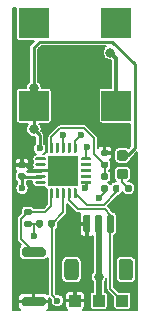
<source format=gbr>
%TF.GenerationSoftware,KiCad,Pcbnew,5.1.10*%
%TF.CreationDate,2021-06-29T06:22:03+03:00*%
%TF.ProjectId,tinyWASP,74696e79-5741-4535-902e-6b696361645f,rev?*%
%TF.SameCoordinates,Original*%
%TF.FileFunction,Copper,L1,Top*%
%TF.FilePolarity,Positive*%
%FSLAX46Y46*%
G04 Gerber Fmt 4.6, Leading zero omitted, Abs format (unit mm)*
G04 Created by KiCad (PCBNEW 5.1.10) date 2021-06-29 06:22:03*
%MOMM*%
%LPD*%
G01*
G04 APERTURE LIST*
%TA.AperFunction,SMDPad,CuDef*%
%ADD10R,2.500000X2.500000*%
%TD*%
%TA.AperFunction,SMDPad,CuDef*%
%ADD11R,1.000000X1.000000*%
%TD*%
%TA.AperFunction,SMDPad,CuDef*%
%ADD12R,2.600000X2.600000*%
%TD*%
%TA.AperFunction,ViaPad*%
%ADD13C,0.800000*%
%TD*%
%TA.AperFunction,ViaPad*%
%ADD14C,0.600000*%
%TD*%
%TA.AperFunction,Conductor*%
%ADD15C,0.350000*%
%TD*%
%TA.AperFunction,Conductor*%
%ADD16C,0.250000*%
%TD*%
%TA.AperFunction,Conductor*%
%ADD17C,0.150000*%
%TD*%
%TA.AperFunction,Conductor*%
%ADD18C,0.500000*%
%TD*%
%TA.AperFunction,Conductor*%
%ADD19C,0.127000*%
%TD*%
%TA.AperFunction,Conductor*%
%ADD20C,0.100000*%
%TD*%
G04 APERTURE END LIST*
D10*
%TO.P,BZ1,4*%
%TO.N,N/C*%
X157000000Y-90500000D03*
%TO.P,BZ1,3*%
X164000000Y-90500000D03*
%TO.P,BZ1,2*%
%TO.N,Net-(BZ1-Pad2)*%
X164000000Y-97500000D03*
%TO.P,BZ1,1*%
%TO.N,VDD*%
X157000000Y-97500000D03*
%TD*%
%TO.P,C1,2*%
%TO.N,VDD*%
%TA.AperFunction,SMDPad,CuDef*%
G36*
G01*
X155830000Y-103200000D02*
X156170000Y-103200000D01*
G75*
G02*
X156310000Y-103340000I0J-140000D01*
G01*
X156310000Y-103620000D01*
G75*
G02*
X156170000Y-103760000I-140000J0D01*
G01*
X155830000Y-103760000D01*
G75*
G02*
X155690000Y-103620000I0J140000D01*
G01*
X155690000Y-103340000D01*
G75*
G02*
X155830000Y-103200000I140000J0D01*
G01*
G37*
%TD.AperFunction*%
%TO.P,C1,1*%
%TO.N,GND*%
%TA.AperFunction,SMDPad,CuDef*%
G36*
G01*
X155830000Y-102240000D02*
X156170000Y-102240000D01*
G75*
G02*
X156310000Y-102380000I0J-140000D01*
G01*
X156310000Y-102660000D01*
G75*
G02*
X156170000Y-102800000I-140000J0D01*
G01*
X155830000Y-102800000D01*
G75*
G02*
X155690000Y-102660000I0J140000D01*
G01*
X155690000Y-102380000D01*
G75*
G02*
X155830000Y-102240000I140000J0D01*
G01*
G37*
%TD.AperFunction*%
%TD*%
%TO.P,D2,1*%
%TO.N,Net-(D2-Pad1)*%
%TA.AperFunction,SMDPad,CuDef*%
G36*
G01*
X164756250Y-103725000D02*
X164243750Y-103725000D01*
G75*
G02*
X164025000Y-103506250I0J218750D01*
G01*
X164025000Y-103068750D01*
G75*
G02*
X164243750Y-102850000I218750J0D01*
G01*
X164756250Y-102850000D01*
G75*
G02*
X164975000Y-103068750I0J-218750D01*
G01*
X164975000Y-103506250D01*
G75*
G02*
X164756250Y-103725000I-218750J0D01*
G01*
G37*
%TD.AperFunction*%
%TO.P,D2,2*%
%TO.N,VDD*%
%TA.AperFunction,SMDPad,CuDef*%
G36*
G01*
X164756250Y-102150000D02*
X164243750Y-102150000D01*
G75*
G02*
X164025000Y-101931250I0J218750D01*
G01*
X164025000Y-101493750D01*
G75*
G02*
X164243750Y-101275000I218750J0D01*
G01*
X164756250Y-101275000D01*
G75*
G02*
X164975000Y-101493750I0J-218750D01*
G01*
X164975000Y-101931250D01*
G75*
G02*
X164756250Y-102150000I-218750J0D01*
G01*
G37*
%TD.AperFunction*%
%TD*%
D11*
%TO.P,J2,1*%
%TO.N,VCC*%
X162500000Y-114000000D03*
%TD*%
%TO.P,J3,1*%
%TO.N,GND*%
X160500000Y-114000000D03*
%TD*%
%TO.P,J4,1*%
%TO.N,/PB2_BZ-*%
X164500000Y-114000000D03*
%TD*%
%TO.P,J5,1*%
%TO.N,GND*%
%TA.AperFunction,SMDPad,CuDef*%
G36*
G01*
X161200000Y-108125000D02*
X161200000Y-106875000D01*
G75*
G02*
X161350000Y-106725000I150000J0D01*
G01*
X161650000Y-106725000D01*
G75*
G02*
X161800000Y-106875000I0J-150000D01*
G01*
X161800000Y-108125000D01*
G75*
G02*
X161650000Y-108275000I-150000J0D01*
G01*
X161350000Y-108275000D01*
G75*
G02*
X161200000Y-108125000I0J150000D01*
G01*
G37*
%TD.AperFunction*%
%TO.P,J5,2*%
%TO.N,VCC*%
%TA.AperFunction,SMDPad,CuDef*%
G36*
G01*
X162200000Y-108125000D02*
X162200000Y-106875000D01*
G75*
G02*
X162350000Y-106725000I150000J0D01*
G01*
X162650000Y-106725000D01*
G75*
G02*
X162800000Y-106875000I0J-150000D01*
G01*
X162800000Y-108125000D01*
G75*
G02*
X162650000Y-108275000I-150000J0D01*
G01*
X162350000Y-108275000D01*
G75*
G02*
X162200000Y-108125000I0J150000D01*
G01*
G37*
%TD.AperFunction*%
%TO.P,J5,3*%
%TO.N,/PB2_BZ-*%
%TA.AperFunction,SMDPad,CuDef*%
G36*
G01*
X163200000Y-108125000D02*
X163200000Y-106875000D01*
G75*
G02*
X163350000Y-106725000I150000J0D01*
G01*
X163650000Y-106725000D01*
G75*
G02*
X163800000Y-106875000I0J-150000D01*
G01*
X163800000Y-108125000D01*
G75*
G02*
X163650000Y-108275000I-150000J0D01*
G01*
X163350000Y-108275000D01*
G75*
G02*
X163200000Y-108125000I0J150000D01*
G01*
G37*
%TD.AperFunction*%
%TO.P,J5,MP*%
%TO.N,N/C*%
%TA.AperFunction,SMDPad,CuDef*%
G36*
G01*
X159600000Y-112025001D02*
X159600000Y-110724999D01*
G75*
G02*
X159849999Y-110475000I249999J0D01*
G01*
X160550001Y-110475000D01*
G75*
G02*
X160800000Y-110724999I0J-249999D01*
G01*
X160800000Y-112025001D01*
G75*
G02*
X160550001Y-112275000I-249999J0D01*
G01*
X159849999Y-112275000D01*
G75*
G02*
X159600000Y-112025001I0J249999D01*
G01*
G37*
%TD.AperFunction*%
%TA.AperFunction,SMDPad,CuDef*%
G36*
G01*
X164200000Y-112025001D02*
X164200000Y-110724999D01*
G75*
G02*
X164449999Y-110475000I249999J0D01*
G01*
X165150001Y-110475000D01*
G75*
G02*
X165400000Y-110724999I0J-249999D01*
G01*
X165400000Y-112025001D01*
G75*
G02*
X165150001Y-112275000I-249999J0D01*
G01*
X164449999Y-112275000D01*
G75*
G02*
X164200000Y-112025001I0J249999D01*
G01*
G37*
%TD.AperFunction*%
%TD*%
%TO.P,R3,1*%
%TO.N,Net-(R3-Pad1)*%
%TA.AperFunction,SMDPad,CuDef*%
G36*
G01*
X162815000Y-103220000D02*
X163185000Y-103220000D01*
G75*
G02*
X163320000Y-103355000I0J-135000D01*
G01*
X163320000Y-103625000D01*
G75*
G02*
X163185000Y-103760000I-135000J0D01*
G01*
X162815000Y-103760000D01*
G75*
G02*
X162680000Y-103625000I0J135000D01*
G01*
X162680000Y-103355000D01*
G75*
G02*
X162815000Y-103220000I135000J0D01*
G01*
G37*
%TD.AperFunction*%
%TO.P,R3,2*%
%TO.N,VCC*%
%TA.AperFunction,SMDPad,CuDef*%
G36*
G01*
X162815000Y-104240000D02*
X163185000Y-104240000D01*
G75*
G02*
X163320000Y-104375000I0J-135000D01*
G01*
X163320000Y-104645000D01*
G75*
G02*
X163185000Y-104780000I-135000J0D01*
G01*
X162815000Y-104780000D01*
G75*
G02*
X162680000Y-104645000I0J135000D01*
G01*
X162680000Y-104375000D01*
G75*
G02*
X162815000Y-104240000I135000J0D01*
G01*
G37*
%TD.AperFunction*%
%TD*%
%TO.P,R4,2*%
%TO.N,Net-(R3-Pad1)*%
%TA.AperFunction,SMDPad,CuDef*%
G36*
G01*
X162815000Y-102240000D02*
X163185000Y-102240000D01*
G75*
G02*
X163320000Y-102375000I0J-135000D01*
G01*
X163320000Y-102645000D01*
G75*
G02*
X163185000Y-102780000I-135000J0D01*
G01*
X162815000Y-102780000D01*
G75*
G02*
X162680000Y-102645000I0J135000D01*
G01*
X162680000Y-102375000D01*
G75*
G02*
X162815000Y-102240000I135000J0D01*
G01*
G37*
%TD.AperFunction*%
%TO.P,R4,1*%
%TO.N,GND*%
%TA.AperFunction,SMDPad,CuDef*%
G36*
G01*
X162815000Y-101220000D02*
X163185000Y-101220000D01*
G75*
G02*
X163320000Y-101355000I0J-135000D01*
G01*
X163320000Y-101625000D01*
G75*
G02*
X163185000Y-101760000I-135000J0D01*
G01*
X162815000Y-101760000D01*
G75*
G02*
X162680000Y-101625000I0J135000D01*
G01*
X162680000Y-101355000D01*
G75*
G02*
X162815000Y-101220000I135000J0D01*
G01*
G37*
%TD.AperFunction*%
%TD*%
%TO.P,R5,1*%
%TO.N,VDD*%
%TA.AperFunction,SMDPad,CuDef*%
G36*
G01*
X157220000Y-107685000D02*
X157220000Y-107315000D01*
G75*
G02*
X157355000Y-107180000I135000J0D01*
G01*
X157625000Y-107180000D01*
G75*
G02*
X157760000Y-107315000I0J-135000D01*
G01*
X157760000Y-107685000D01*
G75*
G02*
X157625000Y-107820000I-135000J0D01*
G01*
X157355000Y-107820000D01*
G75*
G02*
X157220000Y-107685000I0J135000D01*
G01*
G37*
%TD.AperFunction*%
%TO.P,R5,2*%
%TO.N,/RST*%
%TA.AperFunction,SMDPad,CuDef*%
G36*
G01*
X158240000Y-107685000D02*
X158240000Y-107315000D01*
G75*
G02*
X158375000Y-107180000I135000J0D01*
G01*
X158645000Y-107180000D01*
G75*
G02*
X158780000Y-107315000I0J-135000D01*
G01*
X158780000Y-107685000D01*
G75*
G02*
X158645000Y-107820000I-135000J0D01*
G01*
X158375000Y-107820000D01*
G75*
G02*
X158240000Y-107685000I0J135000D01*
G01*
G37*
%TD.AperFunction*%
%TD*%
%TO.P,R6,1*%
%TO.N,/PA3_SW*%
%TA.AperFunction,SMDPad,CuDef*%
G36*
G01*
X156315000Y-106220000D02*
X156685000Y-106220000D01*
G75*
G02*
X156820000Y-106355000I0J-135000D01*
G01*
X156820000Y-106625000D01*
G75*
G02*
X156685000Y-106760000I-135000J0D01*
G01*
X156315000Y-106760000D01*
G75*
G02*
X156180000Y-106625000I0J135000D01*
G01*
X156180000Y-106355000D01*
G75*
G02*
X156315000Y-106220000I135000J0D01*
G01*
G37*
%TD.AperFunction*%
%TO.P,R6,2*%
%TO.N,VDD*%
%TA.AperFunction,SMDPad,CuDef*%
G36*
G01*
X156315000Y-107240000D02*
X156685000Y-107240000D01*
G75*
G02*
X156820000Y-107375000I0J-135000D01*
G01*
X156820000Y-107645000D01*
G75*
G02*
X156685000Y-107780000I-135000J0D01*
G01*
X156315000Y-107780000D01*
G75*
G02*
X156180000Y-107645000I0J135000D01*
G01*
X156180000Y-107375000D01*
G75*
G02*
X156315000Y-107240000I135000J0D01*
G01*
G37*
%TD.AperFunction*%
%TD*%
%TO.P,R7,2*%
%TO.N,Net-(D2-Pad1)*%
%TA.AperFunction,SMDPad,CuDef*%
G36*
G01*
X164740000Y-104685000D02*
X164740000Y-104315000D01*
G75*
G02*
X164875000Y-104180000I135000J0D01*
G01*
X165145000Y-104180000D01*
G75*
G02*
X165280000Y-104315000I0J-135000D01*
G01*
X165280000Y-104685000D01*
G75*
G02*
X165145000Y-104820000I-135000J0D01*
G01*
X164875000Y-104820000D01*
G75*
G02*
X164740000Y-104685000I0J135000D01*
G01*
G37*
%TD.AperFunction*%
%TO.P,R7,1*%
%TO.N,Net-(R7-Pad1)*%
%TA.AperFunction,SMDPad,CuDef*%
G36*
G01*
X163720000Y-104685000D02*
X163720000Y-104315000D01*
G75*
G02*
X163855000Y-104180000I135000J0D01*
G01*
X164125000Y-104180000D01*
G75*
G02*
X164260000Y-104315000I0J-135000D01*
G01*
X164260000Y-104685000D01*
G75*
G02*
X164125000Y-104820000I-135000J0D01*
G01*
X163855000Y-104820000D01*
G75*
G02*
X163720000Y-104685000I0J135000D01*
G01*
G37*
%TD.AperFunction*%
%TD*%
%TO.P,SW1,2*%
%TO.N,GND*%
%TA.AperFunction,SMDPad,CuDef*%
G36*
G01*
X156200000Y-113700000D02*
X157800000Y-113700000D01*
G75*
G02*
X158000000Y-113900000I0J-200000D01*
G01*
X158000000Y-114300000D01*
G75*
G02*
X157800000Y-114500000I-200000J0D01*
G01*
X156200000Y-114500000D01*
G75*
G02*
X156000000Y-114300000I0J200000D01*
G01*
X156000000Y-113900000D01*
G75*
G02*
X156200000Y-113700000I200000J0D01*
G01*
G37*
%TD.AperFunction*%
%TO.P,SW1,1*%
%TO.N,/PA3_SW*%
%TA.AperFunction,SMDPad,CuDef*%
G36*
G01*
X156200000Y-109500000D02*
X157800000Y-109500000D01*
G75*
G02*
X158000000Y-109700000I0J-200000D01*
G01*
X158000000Y-110100000D01*
G75*
G02*
X157800000Y-110300000I-200000J0D01*
G01*
X156200000Y-110300000D01*
G75*
G02*
X156000000Y-110100000I0J200000D01*
G01*
X156000000Y-109700000D01*
G75*
G02*
X156200000Y-109500000I200000J0D01*
G01*
G37*
%TD.AperFunction*%
%TD*%
%TO.P,U1,1*%
%TO.N,/PA4_SCK*%
%TA.AperFunction,SMDPad,CuDef*%
G36*
G01*
X160437500Y-100650000D02*
X160562500Y-100650000D01*
G75*
G02*
X160625000Y-100712500I0J-62500D01*
G01*
X160625000Y-101437500D01*
G75*
G02*
X160562500Y-101500000I-62500J0D01*
G01*
X160437500Y-101500000D01*
G75*
G02*
X160375000Y-101437500I0J62500D01*
G01*
X160375000Y-100712500D01*
G75*
G02*
X160437500Y-100650000I62500J0D01*
G01*
G37*
%TD.AperFunction*%
%TO.P,U1,2*%
%TO.N,Net-(U1-Pad2)*%
%TA.AperFunction,SMDPad,CuDef*%
G36*
G01*
X159937500Y-100650000D02*
X160062500Y-100650000D01*
G75*
G02*
X160125000Y-100712500I0J-62500D01*
G01*
X160125000Y-101437500D01*
G75*
G02*
X160062500Y-101500000I-62500J0D01*
G01*
X159937500Y-101500000D01*
G75*
G02*
X159875000Y-101437500I0J62500D01*
G01*
X159875000Y-100712500D01*
G75*
G02*
X159937500Y-100650000I62500J0D01*
G01*
G37*
%TD.AperFunction*%
%TO.P,U1,3*%
%TO.N,/~CHRG*%
%TA.AperFunction,SMDPad,CuDef*%
G36*
G01*
X159437500Y-100650000D02*
X159562500Y-100650000D01*
G75*
G02*
X159625000Y-100712500I0J-62500D01*
G01*
X159625000Y-101437500D01*
G75*
G02*
X159562500Y-101500000I-62500J0D01*
G01*
X159437500Y-101500000D01*
G75*
G02*
X159375000Y-101437500I0J62500D01*
G01*
X159375000Y-100712500D01*
G75*
G02*
X159437500Y-100650000I62500J0D01*
G01*
G37*
%TD.AperFunction*%
%TO.P,U1,4*%
%TO.N,Net-(U1-Pad4)*%
%TA.AperFunction,SMDPad,CuDef*%
G36*
G01*
X158937500Y-100650000D02*
X159062500Y-100650000D01*
G75*
G02*
X159125000Y-100712500I0J-62500D01*
G01*
X159125000Y-101437500D01*
G75*
G02*
X159062500Y-101500000I-62500J0D01*
G01*
X158937500Y-101500000D01*
G75*
G02*
X158875000Y-101437500I0J62500D01*
G01*
X158875000Y-100712500D01*
G75*
G02*
X158937500Y-100650000I62500J0D01*
G01*
G37*
%TD.AperFunction*%
%TO.P,U1,5*%
%TO.N,Net-(R3-Pad1)*%
%TA.AperFunction,SMDPad,CuDef*%
G36*
G01*
X158437500Y-100650000D02*
X158562500Y-100650000D01*
G75*
G02*
X158625000Y-100712500I0J-62500D01*
G01*
X158625000Y-101437500D01*
G75*
G02*
X158562500Y-101500000I-62500J0D01*
G01*
X158437500Y-101500000D01*
G75*
G02*
X158375000Y-101437500I0J62500D01*
G01*
X158375000Y-100712500D01*
G75*
G02*
X158437500Y-100650000I62500J0D01*
G01*
G37*
%TD.AperFunction*%
%TO.P,U1,6*%
%TO.N,Net-(U1-Pad6)*%
%TA.AperFunction,SMDPad,CuDef*%
G36*
G01*
X157212500Y-101875000D02*
X157937500Y-101875000D01*
G75*
G02*
X158000000Y-101937500I0J-62500D01*
G01*
X158000000Y-102062500D01*
G75*
G02*
X157937500Y-102125000I-62500J0D01*
G01*
X157212500Y-102125000D01*
G75*
G02*
X157150000Y-102062500I0J62500D01*
G01*
X157150000Y-101937500D01*
G75*
G02*
X157212500Y-101875000I62500J0D01*
G01*
G37*
%TD.AperFunction*%
%TO.P,U1,7*%
%TO.N,Net-(U1-Pad7)*%
%TA.AperFunction,SMDPad,CuDef*%
G36*
G01*
X157212500Y-102375000D02*
X157937500Y-102375000D01*
G75*
G02*
X158000000Y-102437500I0J-62500D01*
G01*
X158000000Y-102562500D01*
G75*
G02*
X157937500Y-102625000I-62500J0D01*
G01*
X157212500Y-102625000D01*
G75*
G02*
X157150000Y-102562500I0J62500D01*
G01*
X157150000Y-102437500D01*
G75*
G02*
X157212500Y-102375000I62500J0D01*
G01*
G37*
%TD.AperFunction*%
%TO.P,U1,8*%
%TO.N,GND*%
%TA.AperFunction,SMDPad,CuDef*%
G36*
G01*
X157212500Y-102875000D02*
X157937500Y-102875000D01*
G75*
G02*
X158000000Y-102937500I0J-62500D01*
G01*
X158000000Y-103062500D01*
G75*
G02*
X157937500Y-103125000I-62500J0D01*
G01*
X157212500Y-103125000D01*
G75*
G02*
X157150000Y-103062500I0J62500D01*
G01*
X157150000Y-102937500D01*
G75*
G02*
X157212500Y-102875000I62500J0D01*
G01*
G37*
%TD.AperFunction*%
%TO.P,U1,9*%
%TO.N,VDD*%
%TA.AperFunction,SMDPad,CuDef*%
G36*
G01*
X157212500Y-103375000D02*
X157937500Y-103375000D01*
G75*
G02*
X158000000Y-103437500I0J-62500D01*
G01*
X158000000Y-103562500D01*
G75*
G02*
X157937500Y-103625000I-62500J0D01*
G01*
X157212500Y-103625000D01*
G75*
G02*
X157150000Y-103562500I0J62500D01*
G01*
X157150000Y-103437500D01*
G75*
G02*
X157212500Y-103375000I62500J0D01*
G01*
G37*
%TD.AperFunction*%
%TO.P,U1,10*%
%TO.N,Net-(U1-Pad10)*%
%TA.AperFunction,SMDPad,CuDef*%
G36*
G01*
X157212500Y-103875000D02*
X157937500Y-103875000D01*
G75*
G02*
X158000000Y-103937500I0J-62500D01*
G01*
X158000000Y-104062500D01*
G75*
G02*
X157937500Y-104125000I-62500J0D01*
G01*
X157212500Y-104125000D01*
G75*
G02*
X157150000Y-104062500I0J62500D01*
G01*
X157150000Y-103937500D01*
G75*
G02*
X157212500Y-103875000I62500J0D01*
G01*
G37*
%TD.AperFunction*%
%TO.P,U1,11*%
%TO.N,/PA3_SW*%
%TA.AperFunction,SMDPad,CuDef*%
G36*
G01*
X158437500Y-104500000D02*
X158562500Y-104500000D01*
G75*
G02*
X158625000Y-104562500I0J-62500D01*
G01*
X158625000Y-105287500D01*
G75*
G02*
X158562500Y-105350000I-62500J0D01*
G01*
X158437500Y-105350000D01*
G75*
G02*
X158375000Y-105287500I0J62500D01*
G01*
X158375000Y-104562500D01*
G75*
G02*
X158437500Y-104500000I62500J0D01*
G01*
G37*
%TD.AperFunction*%
%TO.P,U1,12*%
%TO.N,Net-(U1-Pad12)*%
%TA.AperFunction,SMDPad,CuDef*%
G36*
G01*
X158937500Y-104500000D02*
X159062500Y-104500000D01*
G75*
G02*
X159125000Y-104562500I0J-62500D01*
G01*
X159125000Y-105287500D01*
G75*
G02*
X159062500Y-105350000I-62500J0D01*
G01*
X158937500Y-105350000D01*
G75*
G02*
X158875000Y-105287500I0J62500D01*
G01*
X158875000Y-104562500D01*
G75*
G02*
X158937500Y-104500000I62500J0D01*
G01*
G37*
%TD.AperFunction*%
%TO.P,U1,13*%
%TO.N,/RST*%
%TA.AperFunction,SMDPad,CuDef*%
G36*
G01*
X159437500Y-104500000D02*
X159562500Y-104500000D01*
G75*
G02*
X159625000Y-104562500I0J-62500D01*
G01*
X159625000Y-105287500D01*
G75*
G02*
X159562500Y-105350000I-62500J0D01*
G01*
X159437500Y-105350000D01*
G75*
G02*
X159375000Y-105287500I0J62500D01*
G01*
X159375000Y-104562500D01*
G75*
G02*
X159437500Y-104500000I62500J0D01*
G01*
G37*
%TD.AperFunction*%
%TO.P,U1,14*%
%TO.N,/PB2_BZ-*%
%TA.AperFunction,SMDPad,CuDef*%
G36*
G01*
X159937500Y-104500000D02*
X160062500Y-104500000D01*
G75*
G02*
X160125000Y-104562500I0J-62500D01*
G01*
X160125000Y-105287500D01*
G75*
G02*
X160062500Y-105350000I-62500J0D01*
G01*
X159937500Y-105350000D01*
G75*
G02*
X159875000Y-105287500I0J62500D01*
G01*
X159875000Y-104562500D01*
G75*
G02*
X159937500Y-104500000I62500J0D01*
G01*
G37*
%TD.AperFunction*%
%TO.P,U1,15*%
%TO.N,Net-(R7-Pad1)*%
%TA.AperFunction,SMDPad,CuDef*%
G36*
G01*
X160437500Y-104500000D02*
X160562500Y-104500000D01*
G75*
G02*
X160625000Y-104562500I0J-62500D01*
G01*
X160625000Y-105287500D01*
G75*
G02*
X160562500Y-105350000I-62500J0D01*
G01*
X160437500Y-105350000D01*
G75*
G02*
X160375000Y-105287500I0J62500D01*
G01*
X160375000Y-104562500D01*
G75*
G02*
X160437500Y-104500000I62500J0D01*
G01*
G37*
%TD.AperFunction*%
%TO.P,U1,16*%
%TO.N,/PA6_MOSI*%
%TA.AperFunction,SMDPad,CuDef*%
G36*
G01*
X161062500Y-103875000D02*
X161787500Y-103875000D01*
G75*
G02*
X161850000Y-103937500I0J-62500D01*
G01*
X161850000Y-104062500D01*
G75*
G02*
X161787500Y-104125000I-62500J0D01*
G01*
X161062500Y-104125000D01*
G75*
G02*
X161000000Y-104062500I0J62500D01*
G01*
X161000000Y-103937500D01*
G75*
G02*
X161062500Y-103875000I62500J0D01*
G01*
G37*
%TD.AperFunction*%
%TO.P,U1,17*%
%TO.N,Net-(U1-Pad17)*%
%TA.AperFunction,SMDPad,CuDef*%
G36*
G01*
X161062500Y-103375000D02*
X161787500Y-103375000D01*
G75*
G02*
X161850000Y-103437500I0J-62500D01*
G01*
X161850000Y-103562500D01*
G75*
G02*
X161787500Y-103625000I-62500J0D01*
G01*
X161062500Y-103625000D01*
G75*
G02*
X161000000Y-103562500I0J62500D01*
G01*
X161000000Y-103437500D01*
G75*
G02*
X161062500Y-103375000I62500J0D01*
G01*
G37*
%TD.AperFunction*%
%TO.P,U1,18*%
%TO.N,Net-(U1-Pad18)*%
%TA.AperFunction,SMDPad,CuDef*%
G36*
G01*
X161062500Y-102875000D02*
X161787500Y-102875000D01*
G75*
G02*
X161850000Y-102937500I0J-62500D01*
G01*
X161850000Y-103062500D01*
G75*
G02*
X161787500Y-103125000I-62500J0D01*
G01*
X161062500Y-103125000D01*
G75*
G02*
X161000000Y-103062500I0J62500D01*
G01*
X161000000Y-102937500D01*
G75*
G02*
X161062500Y-102875000I62500J0D01*
G01*
G37*
%TD.AperFunction*%
%TO.P,U1,19*%
%TO.N,Net-(U1-Pad19)*%
%TA.AperFunction,SMDPad,CuDef*%
G36*
G01*
X161062500Y-102375000D02*
X161787500Y-102375000D01*
G75*
G02*
X161850000Y-102437500I0J-62500D01*
G01*
X161850000Y-102562500D01*
G75*
G02*
X161787500Y-102625000I-62500J0D01*
G01*
X161062500Y-102625000D01*
G75*
G02*
X161000000Y-102562500I0J62500D01*
G01*
X161000000Y-102437500D01*
G75*
G02*
X161062500Y-102375000I62500J0D01*
G01*
G37*
%TD.AperFunction*%
%TO.P,U1,20*%
%TO.N,/PA5_MISO*%
%TA.AperFunction,SMDPad,CuDef*%
G36*
G01*
X161062500Y-101875000D02*
X161787500Y-101875000D01*
G75*
G02*
X161850000Y-101937500I0J-62500D01*
G01*
X161850000Y-102062500D01*
G75*
G02*
X161787500Y-102125000I-62500J0D01*
G01*
X161062500Y-102125000D01*
G75*
G02*
X161000000Y-102062500I0J62500D01*
G01*
X161000000Y-101937500D01*
G75*
G02*
X161062500Y-101875000I62500J0D01*
G01*
G37*
%TD.AperFunction*%
D12*
%TO.P,U1,21*%
%TO.N,GND*%
X159500000Y-103000000D03*
%TD*%
D13*
%TO.N,Net-(BZ1-Pad2)*%
X163500000Y-93000000D03*
%TO.N,VDD*%
X157000000Y-96000000D03*
D14*
X156000000Y-104500000D03*
X157000000Y-108500000D03*
D13*
X157000000Y-99500000D03*
D14*
X157500000Y-101125000D03*
%TO.N,GND*%
X155500000Y-100000000D03*
X155500000Y-112500000D03*
X155500000Y-114500000D03*
X155500000Y-110500000D03*
X164500000Y-108000000D03*
X155500000Y-95500000D03*
X155500000Y-93500000D03*
X156000000Y-92500000D03*
X156000000Y-94500000D03*
X163000000Y-95500000D03*
X163000000Y-94000000D03*
X161500000Y-94000000D03*
X161500000Y-97000000D03*
X164500000Y-109500000D03*
X164500000Y-106500000D03*
X159500000Y-113000000D03*
X161000000Y-113000000D03*
D13*
%TO.N,VCC*%
X162500000Y-112000000D03*
D14*
X162500000Y-107024990D03*
X162500000Y-105324980D03*
%TO.N,/PA5_MISO*%
X161500000Y-101000000D03*
%TO.N,/PA4_SCK*%
X161000000Y-100000000D03*
%TO.N,/PA6_MOSI*%
X161359998Y-104500000D03*
%TO.N,/RST*%
X159000000Y-114000000D03*
%TO.N,/~CHRG*%
X159500000Y-100000000D03*
%TD*%
D15*
%TO.N,Net-(BZ1-Pad2)*%
X164000000Y-93500000D02*
X163500000Y-93000000D01*
X164000000Y-97500000D02*
X164000000Y-93500000D01*
D16*
%TO.N,VDD*%
X156020000Y-103500000D02*
X156000000Y-103480000D01*
X157575000Y-103500000D02*
X156020000Y-103500000D01*
D15*
X157000000Y-97500000D02*
X157000000Y-96000000D01*
D16*
X156000000Y-104500000D02*
X156000000Y-103480000D01*
X157500000Y-107510000D02*
X157490000Y-107500000D01*
X157000000Y-99500000D02*
X157000000Y-97500000D01*
X157500000Y-100000000D02*
X157000000Y-99500000D01*
X157500000Y-101125000D02*
X157500000Y-100000000D01*
X164975000Y-101712500D02*
X164500000Y-101712500D01*
X165575001Y-94001999D02*
X165575001Y-101112499D01*
X165575001Y-101112499D02*
X164975000Y-101712500D01*
X163648003Y-92075001D02*
X165575001Y-94001999D01*
X157500000Y-92075001D02*
X163648003Y-92075001D01*
X157000000Y-92575001D02*
X157500000Y-92075001D01*
X157000000Y-96000000D02*
X157000000Y-92575001D01*
D17*
X157480000Y-107510000D02*
X157490000Y-107500000D01*
X157000000Y-107520000D02*
X156990000Y-107510000D01*
X157000000Y-108500000D02*
X157000000Y-107520000D01*
X156990000Y-107510000D02*
X157480000Y-107510000D01*
X156500000Y-107510000D02*
X156990000Y-107510000D01*
D16*
%TO.N,GND*%
X156790000Y-103000000D02*
X157575000Y-103000000D01*
X156310000Y-102520000D02*
X156790000Y-103000000D01*
X156000000Y-102520000D02*
X156310000Y-102520000D01*
D18*
%TO.N,VCC*%
X162500000Y-114000000D02*
X162500000Y-112000000D01*
X162500000Y-112000000D02*
X162500000Y-107500000D01*
D15*
X162500000Y-107500000D02*
X162500000Y-107024990D01*
D17*
X163000000Y-104824980D02*
X162500000Y-105324980D01*
X163000000Y-104510000D02*
X163000000Y-104824980D01*
D16*
%TO.N,Net-(D2-Pad1)*%
X165010000Y-104500000D02*
X165000000Y-104500000D01*
D17*
X164500000Y-104000000D02*
X164500000Y-103287500D01*
X165000000Y-104500000D02*
X164500000Y-104000000D01*
%TO.N,/PA5_MISO*%
X161425000Y-101075000D02*
X161500000Y-101000000D01*
X161425000Y-102000000D02*
X161425000Y-101075000D01*
%TO.N,/PA4_SCK*%
X160500000Y-100500000D02*
X161000000Y-100000000D01*
X160500000Y-101075000D02*
X160500000Y-100500000D01*
D16*
%TO.N,/PA6_MOSI*%
X161425000Y-104434998D02*
X161359998Y-104500000D01*
X161425000Y-104000000D02*
X161425000Y-104434998D01*
D17*
%TO.N,/RST*%
X158510000Y-107500000D02*
X158510000Y-113510000D01*
X158510000Y-113510000D02*
X159000000Y-114000000D01*
X159500000Y-106510000D02*
X159500000Y-104925000D01*
X158510000Y-107500000D02*
X159500000Y-106510000D01*
%TO.N,/PB2_BZ-*%
X163500000Y-113000000D02*
X164500000Y-114000000D01*
X163500000Y-107500000D02*
X163500000Y-113000000D01*
X160000000Y-105500000D02*
X160000000Y-104925000D01*
X160749991Y-106249991D02*
X160000000Y-105500000D01*
X163024991Y-106249991D02*
X160749991Y-106249991D01*
X163500000Y-106725000D02*
X163024991Y-106249991D01*
X163500000Y-107500000D02*
X163500000Y-106725000D01*
D16*
%TO.N,Net-(R3-Pad1)*%
X163000000Y-102510000D02*
X162908022Y-102510000D01*
D17*
X163000000Y-103490000D02*
X163000000Y-102510000D01*
X158500000Y-100148998D02*
X158500000Y-101075000D01*
X159223999Y-99424999D02*
X158500000Y-100148998D01*
X162075001Y-100223999D02*
X161276001Y-99424999D01*
X161276001Y-99424999D02*
X159223999Y-99424999D01*
X162075001Y-101585001D02*
X162075001Y-100223999D01*
X163000000Y-102510000D02*
X162075001Y-101585001D01*
%TO.N,/PA3_SW*%
X155904990Y-107085010D02*
X156500000Y-106490000D01*
X155904990Y-108804990D02*
X155904990Y-107085010D01*
X157000000Y-109900000D02*
X155904990Y-108804990D01*
X156500000Y-106490000D02*
X157990000Y-106490000D01*
X158500000Y-105980000D02*
X158500000Y-104925000D01*
X157990000Y-106490000D02*
X158500000Y-105980000D01*
%TO.N,Net-(R7-Pad1)*%
X161474981Y-105899981D02*
X160500000Y-104925000D01*
X162910019Y-105899981D02*
X161474981Y-105899981D01*
X163990000Y-104820000D02*
X162910019Y-105899981D01*
X163990000Y-104500000D02*
X163990000Y-104820000D01*
%TO.N,/~CHRG*%
X159500000Y-101075000D02*
X159500000Y-100000000D01*
%TD*%
D19*
%TO.N,GND*%
X155485226Y-89250000D02*
X155485226Y-91750000D01*
X155490314Y-91801655D01*
X155505381Y-91851325D01*
X155529848Y-91897101D01*
X155562777Y-91937223D01*
X155602899Y-91970152D01*
X155648675Y-91994619D01*
X155698345Y-92009686D01*
X155750000Y-92014774D01*
X157010805Y-92014774D01*
X156738782Y-92286798D01*
X156723961Y-92298961D01*
X156711799Y-92313781D01*
X156675412Y-92358118D01*
X156639337Y-92425610D01*
X156617123Y-92498843D01*
X156609621Y-92575001D01*
X156611501Y-92594086D01*
X156611500Y-95461603D01*
X156577044Y-95484626D01*
X156484626Y-95577044D01*
X156412014Y-95685715D01*
X156361998Y-95806464D01*
X156336500Y-95934651D01*
X156336500Y-95985226D01*
X155750000Y-95985226D01*
X155698345Y-95990314D01*
X155648675Y-96005381D01*
X155602899Y-96029848D01*
X155562777Y-96062777D01*
X155529848Y-96102899D01*
X155505381Y-96148675D01*
X155490314Y-96198345D01*
X155485226Y-96250000D01*
X155485226Y-98750000D01*
X155490314Y-98801655D01*
X155505381Y-98851325D01*
X155529848Y-98897101D01*
X155562777Y-98937223D01*
X155602899Y-98970152D01*
X155648675Y-98994619D01*
X155698345Y-99009686D01*
X155750000Y-99014774D01*
X156546896Y-99014774D01*
X156484626Y-99077044D01*
X156412014Y-99185715D01*
X156361998Y-99306464D01*
X156336500Y-99434651D01*
X156336500Y-99565349D01*
X156361998Y-99693536D01*
X156412014Y-99814285D01*
X156484626Y-99922956D01*
X156577044Y-100015374D01*
X156685715Y-100087986D01*
X156806464Y-100138002D01*
X156934651Y-100163500D01*
X157065349Y-100163500D01*
X157105994Y-100155415D01*
X157111501Y-100160923D01*
X157111500Y-100716590D01*
X157062301Y-100765789D01*
X157000632Y-100858082D01*
X156958155Y-100960633D01*
X156936500Y-101069500D01*
X156936500Y-101180500D01*
X156958155Y-101289367D01*
X157000632Y-101391918D01*
X157062301Y-101484211D01*
X157140789Y-101562699D01*
X157211992Y-101610276D01*
X157148652Y-101616514D01*
X157087258Y-101635138D01*
X157030676Y-101665382D01*
X156981082Y-101706082D01*
X156940382Y-101755676D01*
X156910138Y-101812258D01*
X156891514Y-101873652D01*
X156885226Y-101937500D01*
X156885226Y-102062500D01*
X156891514Y-102126348D01*
X156910138Y-102187742D01*
X156940382Y-102244324D01*
X156945040Y-102250000D01*
X156940382Y-102255676D01*
X156910138Y-102312258D01*
X156891514Y-102373652D01*
X156885226Y-102437500D01*
X156885226Y-102562500D01*
X156891514Y-102626348D01*
X156905495Y-102672438D01*
X156887166Y-102694163D01*
X156856936Y-102748914D01*
X156837969Y-102808511D01*
X156832500Y-102859125D01*
X156911875Y-102938500D01*
X157511500Y-102938500D01*
X157511500Y-102916500D01*
X157638500Y-102916500D01*
X157638500Y-102938500D01*
X158238125Y-102938500D01*
X158240125Y-102936500D01*
X159436500Y-102936500D01*
X159436500Y-102916500D01*
X159563500Y-102916500D01*
X159563500Y-102936500D01*
X159583500Y-102936500D01*
X159583500Y-103063500D01*
X159563500Y-103063500D01*
X159563500Y-103083500D01*
X159436500Y-103083500D01*
X159436500Y-103063500D01*
X158240125Y-103063500D01*
X158238125Y-103061500D01*
X157638500Y-103061500D01*
X157638500Y-103083500D01*
X157511500Y-103083500D01*
X157511500Y-103061500D01*
X156911875Y-103061500D01*
X156861875Y-103111500D01*
X156503586Y-103111500D01*
X156472232Y-103073295D01*
X156487247Y-103065269D01*
X156535593Y-103025593D01*
X156575269Y-102977247D01*
X156604751Y-102922090D01*
X156622906Y-102862241D01*
X156629036Y-102800000D01*
X156627500Y-102662875D01*
X156548125Y-102583500D01*
X156063500Y-102583500D01*
X156063500Y-102603500D01*
X155936500Y-102603500D01*
X155936500Y-102583500D01*
X155451875Y-102583500D01*
X155372500Y-102662875D01*
X155370964Y-102800000D01*
X155377094Y-102862241D01*
X155395249Y-102922090D01*
X155424731Y-102977247D01*
X155464407Y-103025593D01*
X155512753Y-103065269D01*
X155527768Y-103073295D01*
X155493443Y-103115120D01*
X155456038Y-103185100D01*
X155433004Y-103261033D01*
X155425226Y-103340000D01*
X155425226Y-103620000D01*
X155433004Y-103698967D01*
X155456038Y-103774900D01*
X155493443Y-103844880D01*
X155543782Y-103906218D01*
X155605120Y-103956557D01*
X155611501Y-103959967D01*
X155611500Y-104091590D01*
X155562301Y-104140789D01*
X155500632Y-104233082D01*
X155458155Y-104335633D01*
X155436500Y-104444500D01*
X155436500Y-104555500D01*
X155458155Y-104664367D01*
X155500632Y-104766918D01*
X155562301Y-104859211D01*
X155640789Y-104937699D01*
X155733082Y-104999368D01*
X155835633Y-105041845D01*
X155944500Y-105063500D01*
X156055500Y-105063500D01*
X156164367Y-105041845D01*
X156266918Y-104999368D01*
X156359211Y-104937699D01*
X156437699Y-104859211D01*
X156499368Y-104766918D01*
X156541845Y-104664367D01*
X156563500Y-104555500D01*
X156563500Y-104444500D01*
X156541845Y-104335633D01*
X156499368Y-104233082D01*
X156437699Y-104140789D01*
X156388500Y-104091590D01*
X156388500Y-103959967D01*
X156394880Y-103956557D01*
X156456218Y-103906218D01*
X156470759Y-103888500D01*
X156890052Y-103888500D01*
X156885226Y-103937500D01*
X156885226Y-104062500D01*
X156891514Y-104126348D01*
X156910138Y-104187742D01*
X156940382Y-104244324D01*
X156981082Y-104293918D01*
X157030676Y-104334618D01*
X157087258Y-104364862D01*
X157148652Y-104383486D01*
X157212500Y-104389774D01*
X157895446Y-104389774D01*
X157905249Y-104422090D01*
X157934731Y-104477247D01*
X157974407Y-104525593D01*
X158022753Y-104565269D01*
X158077910Y-104594751D01*
X158110226Y-104604554D01*
X158110226Y-105287500D01*
X158116514Y-105351348D01*
X158135138Y-105412742D01*
X158161500Y-105462062D01*
X158161500Y-105839789D01*
X157849790Y-106151500D01*
X157027343Y-106151500D01*
X157017400Y-106132897D01*
X156967683Y-106072317D01*
X156907103Y-106022600D01*
X156837987Y-105985657D01*
X156762992Y-105962908D01*
X156685000Y-105955226D01*
X156315000Y-105955226D01*
X156237008Y-105962908D01*
X156162013Y-105985657D01*
X156092897Y-106022600D01*
X156032317Y-106072317D01*
X155982600Y-106132897D01*
X155945657Y-106202013D01*
X155922908Y-106277008D01*
X155915226Y-106355000D01*
X155915226Y-106596064D01*
X155677389Y-106833901D01*
X155664478Y-106844497D01*
X155639444Y-106875000D01*
X155622177Y-106896040D01*
X155590744Y-106954846D01*
X155571389Y-107018653D01*
X155564854Y-107085010D01*
X155566491Y-107101632D01*
X155566490Y-108788378D01*
X155564854Y-108804990D01*
X155566490Y-108821602D01*
X155566490Y-108821609D01*
X155571389Y-108871346D01*
X155590744Y-108935154D01*
X155622176Y-108993959D01*
X155664477Y-109045502D01*
X155677389Y-109056099D01*
X155937973Y-109316683D01*
X155871355Y-109371355D01*
X155813555Y-109441785D01*
X155770605Y-109522139D01*
X155744157Y-109609327D01*
X155735226Y-109700000D01*
X155735226Y-110100000D01*
X155744157Y-110190673D01*
X155770605Y-110277861D01*
X155813555Y-110358215D01*
X155871355Y-110428645D01*
X155941785Y-110486445D01*
X156022139Y-110529395D01*
X156109327Y-110555843D01*
X156200000Y-110564774D01*
X157800000Y-110564774D01*
X157890673Y-110555843D01*
X157977861Y-110529395D01*
X158058215Y-110486445D01*
X158128645Y-110428645D01*
X158171500Y-110376425D01*
X158171501Y-113431660D01*
X158122090Y-113405249D01*
X158062241Y-113387094D01*
X158000000Y-113380964D01*
X157142875Y-113382500D01*
X157063500Y-113461875D01*
X157063500Y-114036500D01*
X158238125Y-114036500D01*
X158317500Y-113957125D01*
X158318456Y-113797166D01*
X158441359Y-113920070D01*
X158436500Y-113944500D01*
X158436500Y-114055500D01*
X158458155Y-114164367D01*
X158500632Y-114266918D01*
X158562301Y-114359211D01*
X158640789Y-114437699D01*
X158733082Y-114499368D01*
X158835633Y-114541845D01*
X158944500Y-114563500D01*
X159055500Y-114563500D01*
X159164367Y-114541845D01*
X159266918Y-114499368D01*
X159359211Y-114437699D01*
X159437699Y-114359211D01*
X159499368Y-114266918D01*
X159541845Y-114164367D01*
X159563500Y-114055500D01*
X159563500Y-113944500D01*
X159541845Y-113835633D01*
X159499368Y-113733082D01*
X159437699Y-113640789D01*
X159359211Y-113562301D01*
X159266918Y-113500632D01*
X159265393Y-113500000D01*
X159680964Y-113500000D01*
X159682500Y-113857125D01*
X159761875Y-113936500D01*
X160436500Y-113936500D01*
X160436500Y-113261875D01*
X160563500Y-113261875D01*
X160563500Y-113936500D01*
X161238125Y-113936500D01*
X161317500Y-113857125D01*
X161319036Y-113500000D01*
X161312906Y-113437759D01*
X161294751Y-113377910D01*
X161265269Y-113322753D01*
X161225593Y-113274407D01*
X161177247Y-113234731D01*
X161122090Y-113205249D01*
X161062241Y-113187094D01*
X161000000Y-113180964D01*
X160642875Y-113182500D01*
X160563500Y-113261875D01*
X160436500Y-113261875D01*
X160357125Y-113182500D01*
X160000000Y-113180964D01*
X159937759Y-113187094D01*
X159877910Y-113205249D01*
X159822753Y-113234731D01*
X159774407Y-113274407D01*
X159734731Y-113322753D01*
X159705249Y-113377910D01*
X159687094Y-113437759D01*
X159680964Y-113500000D01*
X159265393Y-113500000D01*
X159164367Y-113458155D01*
X159055500Y-113436500D01*
X158944500Y-113436500D01*
X158920070Y-113441359D01*
X158848500Y-113369790D01*
X158848500Y-110724999D01*
X159335226Y-110724999D01*
X159335226Y-112025001D01*
X159345117Y-112125428D01*
X159374411Y-112221996D01*
X159421981Y-112310994D01*
X159486000Y-112389000D01*
X159564006Y-112453019D01*
X159653004Y-112500589D01*
X159749572Y-112529883D01*
X159849999Y-112539774D01*
X160550001Y-112539774D01*
X160650428Y-112529883D01*
X160746996Y-112500589D01*
X160835994Y-112453019D01*
X160914000Y-112389000D01*
X160978019Y-112310994D01*
X161025589Y-112221996D01*
X161054883Y-112125428D01*
X161064774Y-112025001D01*
X161064774Y-110724999D01*
X161054883Y-110624572D01*
X161025589Y-110528004D01*
X160978019Y-110439006D01*
X160914000Y-110361000D01*
X160835994Y-110296981D01*
X160746996Y-110249411D01*
X160650428Y-110220117D01*
X160550001Y-110210226D01*
X159849999Y-110210226D01*
X159749572Y-110220117D01*
X159653004Y-110249411D01*
X159564006Y-110296981D01*
X159486000Y-110361000D01*
X159421981Y-110439006D01*
X159374411Y-110528004D01*
X159345117Y-110624572D01*
X159335226Y-110724999D01*
X158848500Y-110724999D01*
X158848500Y-108275000D01*
X160880964Y-108275000D01*
X160887094Y-108337241D01*
X160905249Y-108397090D01*
X160934731Y-108452247D01*
X160974407Y-108500593D01*
X161022753Y-108540269D01*
X161077910Y-108569751D01*
X161137759Y-108587906D01*
X161200000Y-108594036D01*
X161357125Y-108592500D01*
X161436500Y-108513125D01*
X161436500Y-107563500D01*
X160961875Y-107563500D01*
X160882500Y-107642875D01*
X160880964Y-108275000D01*
X158848500Y-108275000D01*
X158848500Y-108027343D01*
X158867103Y-108017400D01*
X158927683Y-107967683D01*
X158977400Y-107907103D01*
X159014343Y-107837987D01*
X159037092Y-107762992D01*
X159044774Y-107685000D01*
X159044774Y-107443936D01*
X159727607Y-106761104D01*
X159740512Y-106750513D01*
X159782814Y-106698970D01*
X159814246Y-106640165D01*
X159827996Y-106594835D01*
X159833601Y-106576359D01*
X159837573Y-106536029D01*
X159838500Y-106526620D01*
X159838500Y-106526613D01*
X159840136Y-106510001D01*
X159838500Y-106493389D01*
X159838500Y-105817210D01*
X160498882Y-106477593D01*
X160509478Y-106490504D01*
X160561021Y-106532805D01*
X160619826Y-106564237D01*
X160653932Y-106574582D01*
X160683632Y-106583592D01*
X160691522Y-106584369D01*
X160733371Y-106588491D01*
X160733378Y-106588491D01*
X160749990Y-106590127D01*
X160766602Y-106588491D01*
X160912956Y-106588491D01*
X160905249Y-106602910D01*
X160887094Y-106662759D01*
X160880964Y-106725000D01*
X160882500Y-107357125D01*
X160961875Y-107436500D01*
X161436500Y-107436500D01*
X161436500Y-107416500D01*
X161563500Y-107416500D01*
X161563500Y-107436500D01*
X161583500Y-107436500D01*
X161583500Y-107563500D01*
X161563500Y-107563500D01*
X161563500Y-108513125D01*
X161642875Y-108592500D01*
X161800000Y-108594036D01*
X161862241Y-108587906D01*
X161922090Y-108569751D01*
X161977247Y-108540269D01*
X161986501Y-108532675D01*
X161986500Y-111575170D01*
X161984626Y-111577044D01*
X161912014Y-111685715D01*
X161861998Y-111806464D01*
X161836500Y-111934651D01*
X161836500Y-112065349D01*
X161861998Y-112193536D01*
X161912014Y-112314285D01*
X161984626Y-112422956D01*
X161986501Y-112424831D01*
X161986500Y-113236556D01*
X161948345Y-113240314D01*
X161898675Y-113255381D01*
X161852899Y-113279848D01*
X161812777Y-113312777D01*
X161779848Y-113352899D01*
X161755381Y-113398675D01*
X161740314Y-113448345D01*
X161735226Y-113500000D01*
X161735226Y-114500000D01*
X161740314Y-114551655D01*
X161755381Y-114601325D01*
X161779848Y-114647101D01*
X161812777Y-114687223D01*
X161852899Y-114720152D01*
X161898675Y-114744619D01*
X161948345Y-114759686D01*
X162000000Y-114764774D01*
X163000000Y-114764774D01*
X163051655Y-114759686D01*
X163101325Y-114744619D01*
X163147101Y-114720152D01*
X163187223Y-114687223D01*
X163220152Y-114647101D01*
X163244619Y-114601325D01*
X163259686Y-114551655D01*
X163264774Y-114500000D01*
X163264774Y-113500000D01*
X163259686Y-113448345D01*
X163244619Y-113398675D01*
X163220152Y-113352899D01*
X163187223Y-113312777D01*
X163147101Y-113279848D01*
X163101325Y-113255381D01*
X163051655Y-113240314D01*
X163013500Y-113236556D01*
X163013500Y-112424830D01*
X163015374Y-112422956D01*
X163087986Y-112314285D01*
X163138002Y-112193536D01*
X163161501Y-112075399D01*
X163161501Y-112983378D01*
X163159864Y-113000000D01*
X163166399Y-113066357D01*
X163185754Y-113130164D01*
X163210468Y-113176399D01*
X163217187Y-113188970D01*
X163259488Y-113240513D01*
X163272399Y-113251109D01*
X163735226Y-113713937D01*
X163735226Y-114500000D01*
X163740314Y-114551655D01*
X163755381Y-114601325D01*
X163779848Y-114647101D01*
X163812777Y-114687223D01*
X163852899Y-114720152D01*
X163898675Y-114744619D01*
X163948345Y-114759686D01*
X164000000Y-114764774D01*
X165000000Y-114764774D01*
X165051655Y-114759686D01*
X165101325Y-114744619D01*
X165147101Y-114720152D01*
X165187223Y-114687223D01*
X165220152Y-114647101D01*
X165244619Y-114601325D01*
X165259686Y-114551655D01*
X165264774Y-114500000D01*
X165264774Y-113500000D01*
X165259686Y-113448345D01*
X165244619Y-113398675D01*
X165220152Y-113352899D01*
X165187223Y-113312777D01*
X165147101Y-113279848D01*
X165101325Y-113255381D01*
X165051655Y-113240314D01*
X165000000Y-113235226D01*
X164213937Y-113235226D01*
X163838500Y-112859790D01*
X163838500Y-110724999D01*
X163935226Y-110724999D01*
X163935226Y-112025001D01*
X163945117Y-112125428D01*
X163974411Y-112221996D01*
X164021981Y-112310994D01*
X164086000Y-112389000D01*
X164164006Y-112453019D01*
X164253004Y-112500589D01*
X164349572Y-112529883D01*
X164449999Y-112539774D01*
X165150001Y-112539774D01*
X165250428Y-112529883D01*
X165346996Y-112500589D01*
X165435994Y-112453019D01*
X165514000Y-112389000D01*
X165578019Y-112310994D01*
X165625589Y-112221996D01*
X165654883Y-112125428D01*
X165664774Y-112025001D01*
X165664774Y-110724999D01*
X165654883Y-110624572D01*
X165625589Y-110528004D01*
X165578019Y-110439006D01*
X165514000Y-110361000D01*
X165435994Y-110296981D01*
X165346996Y-110249411D01*
X165250428Y-110220117D01*
X165150001Y-110210226D01*
X164449999Y-110210226D01*
X164349572Y-110220117D01*
X164253004Y-110249411D01*
X164164006Y-110296981D01*
X164086000Y-110361000D01*
X164021981Y-110439006D01*
X163974411Y-110528004D01*
X163945117Y-110624572D01*
X163935226Y-110724999D01*
X163838500Y-110724999D01*
X163838500Y-108492287D01*
X163880436Y-108469872D01*
X163943290Y-108418290D01*
X163994872Y-108355436D01*
X164033201Y-108283727D01*
X164056804Y-108205918D01*
X164064774Y-108125000D01*
X164064774Y-106875000D01*
X164056804Y-106794082D01*
X164033201Y-106716273D01*
X163994872Y-106644564D01*
X163943290Y-106581710D01*
X163880436Y-106530128D01*
X163808727Y-106491799D01*
X163730918Y-106468196D01*
X163720922Y-106467211D01*
X163276104Y-106022394D01*
X163271692Y-106017018D01*
X164215375Y-105073336D01*
X164277987Y-105054343D01*
X164347103Y-105017400D01*
X164407683Y-104967683D01*
X164457400Y-104907103D01*
X164494343Y-104837987D01*
X164500000Y-104819338D01*
X164505657Y-104837987D01*
X164542600Y-104907103D01*
X164592317Y-104967683D01*
X164652897Y-105017400D01*
X164722013Y-105054343D01*
X164797008Y-105077092D01*
X164875000Y-105084774D01*
X165145000Y-105084774D01*
X165222992Y-105077092D01*
X165297987Y-105054343D01*
X165367103Y-105017400D01*
X165427683Y-104967683D01*
X165477400Y-104907103D01*
X165514343Y-104837987D01*
X165537092Y-104762992D01*
X165544774Y-104685000D01*
X165544774Y-104315000D01*
X165537092Y-104237008D01*
X165514343Y-104162013D01*
X165477400Y-104092897D01*
X165427683Y-104032317D01*
X165367103Y-103982600D01*
X165297987Y-103945657D01*
X165222992Y-103922908D01*
X165145000Y-103915226D01*
X165011898Y-103915226D01*
X165024882Y-103908286D01*
X165098153Y-103848153D01*
X165158286Y-103774882D01*
X165202968Y-103691287D01*
X165230483Y-103600581D01*
X165239774Y-103506250D01*
X165239774Y-103068750D01*
X165230483Y-102974419D01*
X165202968Y-102883713D01*
X165158286Y-102800118D01*
X165098153Y-102726847D01*
X165024882Y-102666714D01*
X164941287Y-102622032D01*
X164850581Y-102594517D01*
X164756250Y-102585226D01*
X164243750Y-102585226D01*
X164149419Y-102594517D01*
X164058713Y-102622032D01*
X163975118Y-102666714D01*
X163901847Y-102726847D01*
X163841714Y-102800118D01*
X163797032Y-102883713D01*
X163769517Y-102974419D01*
X163760226Y-103068750D01*
X163760226Y-103506250D01*
X163769517Y-103600581D01*
X163797032Y-103691287D01*
X163841714Y-103774882D01*
X163901847Y-103848153D01*
X163975118Y-103908286D01*
X163988102Y-103915226D01*
X163855000Y-103915226D01*
X163777008Y-103922908D01*
X163702013Y-103945657D01*
X163632897Y-103982600D01*
X163572317Y-104032317D01*
X163522600Y-104092897D01*
X163501128Y-104133069D01*
X163467683Y-104092317D01*
X163407103Y-104042600D01*
X163337987Y-104005657D01*
X163319338Y-104000000D01*
X163337987Y-103994343D01*
X163407103Y-103957400D01*
X163467683Y-103907683D01*
X163517400Y-103847103D01*
X163554343Y-103777987D01*
X163577092Y-103702992D01*
X163584774Y-103625000D01*
X163584774Y-103355000D01*
X163577092Y-103277008D01*
X163554343Y-103202013D01*
X163517400Y-103132897D01*
X163467683Y-103072317D01*
X163407103Y-103022600D01*
X163364821Y-103000000D01*
X163407103Y-102977400D01*
X163467683Y-102927683D01*
X163517400Y-102867103D01*
X163554343Y-102797987D01*
X163577092Y-102722992D01*
X163584774Y-102645000D01*
X163584774Y-102375000D01*
X163577092Y-102297008D01*
X163554343Y-102222013D01*
X163517400Y-102152897D01*
X163467683Y-102092317D01*
X163427355Y-102059221D01*
X163442090Y-102054751D01*
X163497247Y-102025269D01*
X163545593Y-101985593D01*
X163585269Y-101937247D01*
X163614751Y-101882090D01*
X163632906Y-101822241D01*
X163639036Y-101760000D01*
X163637500Y-101632875D01*
X163558125Y-101553500D01*
X163063500Y-101553500D01*
X163063500Y-101573500D01*
X162936500Y-101573500D01*
X162936500Y-101553500D01*
X162916500Y-101553500D01*
X162916500Y-101426500D01*
X162936500Y-101426500D01*
X162936500Y-100981875D01*
X163063500Y-100981875D01*
X163063500Y-101426500D01*
X163558125Y-101426500D01*
X163637500Y-101347125D01*
X163639036Y-101220000D01*
X163632906Y-101157759D01*
X163614751Y-101097910D01*
X163585269Y-101042753D01*
X163545593Y-100994407D01*
X163497247Y-100954731D01*
X163442090Y-100925249D01*
X163382241Y-100907094D01*
X163320000Y-100900964D01*
X163142875Y-100902500D01*
X163063500Y-100981875D01*
X162936500Y-100981875D01*
X162857125Y-100902500D01*
X162680000Y-100900964D01*
X162617759Y-100907094D01*
X162557910Y-100925249D01*
X162502753Y-100954731D01*
X162454407Y-100994407D01*
X162414731Y-101042753D01*
X162413501Y-101045054D01*
X162413501Y-100240619D01*
X162415138Y-100223999D01*
X162408602Y-100157641D01*
X162389247Y-100093834D01*
X162379799Y-100076159D01*
X162357815Y-100035029D01*
X162329067Y-100000000D01*
X162326109Y-99996395D01*
X162326105Y-99996391D01*
X162315514Y-99983486D01*
X162302608Y-99972894D01*
X161527114Y-99197402D01*
X161516514Y-99184486D01*
X161464971Y-99142185D01*
X161406166Y-99110753D01*
X161342358Y-99091398D01*
X161292621Y-99086499D01*
X161292613Y-99086499D01*
X161276001Y-99084863D01*
X161259389Y-99086499D01*
X159240610Y-99086499D01*
X159223998Y-99084863D01*
X159207386Y-99086499D01*
X159207379Y-99086499D01*
X159163935Y-99090778D01*
X159157641Y-99091398D01*
X159138286Y-99097269D01*
X159093834Y-99110753D01*
X159035029Y-99142185D01*
X158983486Y-99184486D01*
X158972890Y-99197397D01*
X158272399Y-99897889D01*
X158259487Y-99908486D01*
X158217186Y-99960029D01*
X158204705Y-99983380D01*
X158185754Y-100018834D01*
X158168366Y-100076159D01*
X158166399Y-100082642D01*
X158161500Y-100132379D01*
X158161500Y-100132386D01*
X158159864Y-100148998D01*
X158161500Y-100165610D01*
X158161500Y-100537938D01*
X158135138Y-100587258D01*
X158116514Y-100648652D01*
X158110226Y-100712500D01*
X158110226Y-101395446D01*
X158077910Y-101405249D01*
X158022753Y-101434731D01*
X157974407Y-101474407D01*
X157934731Y-101522753D01*
X157905249Y-101577910D01*
X157895446Y-101610226D01*
X157788083Y-101610226D01*
X157859211Y-101562699D01*
X157937699Y-101484211D01*
X157999368Y-101391918D01*
X158041845Y-101289367D01*
X158063500Y-101180500D01*
X158063500Y-101069500D01*
X158041845Y-100960633D01*
X157999368Y-100858082D01*
X157937699Y-100765789D01*
X157888500Y-100716590D01*
X157888500Y-100019075D01*
X157890379Y-100000000D01*
X157886442Y-99960028D01*
X157882878Y-99923841D01*
X157860663Y-99850608D01*
X157824588Y-99783117D01*
X157776040Y-99723960D01*
X157761218Y-99711796D01*
X157655415Y-99605994D01*
X157663500Y-99565349D01*
X157663500Y-99434651D01*
X157638002Y-99306464D01*
X157587986Y-99185715D01*
X157515374Y-99077044D01*
X157453104Y-99014774D01*
X158250000Y-99014774D01*
X158301655Y-99009686D01*
X158351325Y-98994619D01*
X158397101Y-98970152D01*
X158437223Y-98937223D01*
X158470152Y-98897101D01*
X158494619Y-98851325D01*
X158509686Y-98801655D01*
X158514774Y-98750000D01*
X158514774Y-96250000D01*
X158509686Y-96198345D01*
X158494619Y-96148675D01*
X158470152Y-96102899D01*
X158437223Y-96062777D01*
X158397101Y-96029848D01*
X158351325Y-96005381D01*
X158301655Y-95990314D01*
X158250000Y-95985226D01*
X157663500Y-95985226D01*
X157663500Y-95934651D01*
X157638002Y-95806464D01*
X157587986Y-95685715D01*
X157515374Y-95577044D01*
X157422956Y-95484626D01*
X157388500Y-95461603D01*
X157388500Y-92735922D01*
X157660922Y-92463501D01*
X163108660Y-92463501D01*
X163077044Y-92484626D01*
X162984626Y-92577044D01*
X162912014Y-92685715D01*
X162861998Y-92806464D01*
X162836500Y-92934651D01*
X162836500Y-93065349D01*
X162861998Y-93193536D01*
X162912014Y-93314285D01*
X162984626Y-93422956D01*
X163077044Y-93515374D01*
X163185715Y-93587986D01*
X163306464Y-93638002D01*
X163434651Y-93663500D01*
X163543368Y-93663500D01*
X163561501Y-93681633D01*
X163561500Y-95985226D01*
X162750000Y-95985226D01*
X162698345Y-95990314D01*
X162648675Y-96005381D01*
X162602899Y-96029848D01*
X162562777Y-96062777D01*
X162529848Y-96102899D01*
X162505381Y-96148675D01*
X162490314Y-96198345D01*
X162485226Y-96250000D01*
X162485226Y-98750000D01*
X162490314Y-98801655D01*
X162505381Y-98851325D01*
X162529848Y-98897101D01*
X162562777Y-98937223D01*
X162602899Y-98970152D01*
X162648675Y-98994619D01*
X162698345Y-99009686D01*
X162750000Y-99014774D01*
X165186502Y-99014774D01*
X165186502Y-100951576D01*
X165036681Y-101101397D01*
X165024882Y-101091714D01*
X164941287Y-101047032D01*
X164850581Y-101019517D01*
X164756250Y-101010226D01*
X164243750Y-101010226D01*
X164149419Y-101019517D01*
X164058713Y-101047032D01*
X163975118Y-101091714D01*
X163901847Y-101151847D01*
X163841714Y-101225118D01*
X163797032Y-101308713D01*
X163769517Y-101399419D01*
X163760226Y-101493750D01*
X163760226Y-101931250D01*
X163769517Y-102025581D01*
X163797032Y-102116287D01*
X163841714Y-102199882D01*
X163901847Y-102273153D01*
X163975118Y-102333286D01*
X164058713Y-102377968D01*
X164149419Y-102405483D01*
X164243750Y-102414774D01*
X164756250Y-102414774D01*
X164850581Y-102405483D01*
X164941287Y-102377968D01*
X165024882Y-102333286D01*
X165098153Y-102273153D01*
X165158286Y-102199882D01*
X165202968Y-102116287D01*
X165230483Y-102025581D01*
X165232644Y-102003637D01*
X165251040Y-101988540D01*
X165263208Y-101973713D01*
X165784501Y-101452421D01*
X165784500Y-114784500D01*
X161141268Y-114784500D01*
X161177247Y-114765269D01*
X161225593Y-114725593D01*
X161265269Y-114677247D01*
X161294751Y-114622090D01*
X161312906Y-114562241D01*
X161319036Y-114500000D01*
X161317500Y-114142875D01*
X161238125Y-114063500D01*
X160563500Y-114063500D01*
X160563500Y-114083500D01*
X160436500Y-114083500D01*
X160436500Y-114063500D01*
X159761875Y-114063500D01*
X159682500Y-114142875D01*
X159680964Y-114500000D01*
X159687094Y-114562241D01*
X159705249Y-114622090D01*
X159734731Y-114677247D01*
X159774407Y-114725593D01*
X159822753Y-114765269D01*
X159858732Y-114784500D01*
X158141268Y-114784500D01*
X158177247Y-114765269D01*
X158225593Y-114725593D01*
X158265269Y-114677247D01*
X158294751Y-114622090D01*
X158312906Y-114562241D01*
X158319036Y-114500000D01*
X158317500Y-114242875D01*
X158238125Y-114163500D01*
X157063500Y-114163500D01*
X157063500Y-114183500D01*
X156936500Y-114183500D01*
X156936500Y-114163500D01*
X155761875Y-114163500D01*
X155682500Y-114242875D01*
X155680964Y-114500000D01*
X155687094Y-114562241D01*
X155705249Y-114622090D01*
X155734731Y-114677247D01*
X155774407Y-114725593D01*
X155822753Y-114765269D01*
X155858732Y-114784500D01*
X155215500Y-114784500D01*
X155215500Y-113700000D01*
X155680964Y-113700000D01*
X155682500Y-113957125D01*
X155761875Y-114036500D01*
X156936500Y-114036500D01*
X156936500Y-113461875D01*
X156857125Y-113382500D01*
X156000000Y-113380964D01*
X155937759Y-113387094D01*
X155877910Y-113405249D01*
X155822753Y-113434731D01*
X155774407Y-113474407D01*
X155734731Y-113522753D01*
X155705249Y-113577910D01*
X155687094Y-113637759D01*
X155680964Y-113700000D01*
X155215500Y-113700000D01*
X155215500Y-102240000D01*
X155370964Y-102240000D01*
X155372500Y-102377125D01*
X155451875Y-102456500D01*
X155936500Y-102456500D01*
X155936500Y-102001875D01*
X156063500Y-102001875D01*
X156063500Y-102456500D01*
X156548125Y-102456500D01*
X156627500Y-102377125D01*
X156629036Y-102240000D01*
X156622906Y-102177759D01*
X156604751Y-102117910D01*
X156575269Y-102062753D01*
X156535593Y-102014407D01*
X156487247Y-101974731D01*
X156432090Y-101945249D01*
X156372241Y-101927094D01*
X156310000Y-101920964D01*
X156142875Y-101922500D01*
X156063500Y-102001875D01*
X155936500Y-102001875D01*
X155857125Y-101922500D01*
X155690000Y-101920964D01*
X155627759Y-101927094D01*
X155567910Y-101945249D01*
X155512753Y-101974731D01*
X155464407Y-102014407D01*
X155424731Y-102062753D01*
X155395249Y-102117910D01*
X155377094Y-102177759D01*
X155370964Y-102240000D01*
X155215500Y-102240000D01*
X155215500Y-89215500D01*
X155488624Y-89215500D01*
X155485226Y-89250000D01*
%TA.AperFunction,Conductor*%
D20*
G36*
X155485226Y-89250000D02*
G01*
X155485226Y-91750000D01*
X155490314Y-91801655D01*
X155505381Y-91851325D01*
X155529848Y-91897101D01*
X155562777Y-91937223D01*
X155602899Y-91970152D01*
X155648675Y-91994619D01*
X155698345Y-92009686D01*
X155750000Y-92014774D01*
X157010805Y-92014774D01*
X156738782Y-92286798D01*
X156723961Y-92298961D01*
X156711799Y-92313781D01*
X156675412Y-92358118D01*
X156639337Y-92425610D01*
X156617123Y-92498843D01*
X156609621Y-92575001D01*
X156611501Y-92594086D01*
X156611500Y-95461603D01*
X156577044Y-95484626D01*
X156484626Y-95577044D01*
X156412014Y-95685715D01*
X156361998Y-95806464D01*
X156336500Y-95934651D01*
X156336500Y-95985226D01*
X155750000Y-95985226D01*
X155698345Y-95990314D01*
X155648675Y-96005381D01*
X155602899Y-96029848D01*
X155562777Y-96062777D01*
X155529848Y-96102899D01*
X155505381Y-96148675D01*
X155490314Y-96198345D01*
X155485226Y-96250000D01*
X155485226Y-98750000D01*
X155490314Y-98801655D01*
X155505381Y-98851325D01*
X155529848Y-98897101D01*
X155562777Y-98937223D01*
X155602899Y-98970152D01*
X155648675Y-98994619D01*
X155698345Y-99009686D01*
X155750000Y-99014774D01*
X156546896Y-99014774D01*
X156484626Y-99077044D01*
X156412014Y-99185715D01*
X156361998Y-99306464D01*
X156336500Y-99434651D01*
X156336500Y-99565349D01*
X156361998Y-99693536D01*
X156412014Y-99814285D01*
X156484626Y-99922956D01*
X156577044Y-100015374D01*
X156685715Y-100087986D01*
X156806464Y-100138002D01*
X156934651Y-100163500D01*
X157065349Y-100163500D01*
X157105994Y-100155415D01*
X157111501Y-100160923D01*
X157111500Y-100716590D01*
X157062301Y-100765789D01*
X157000632Y-100858082D01*
X156958155Y-100960633D01*
X156936500Y-101069500D01*
X156936500Y-101180500D01*
X156958155Y-101289367D01*
X157000632Y-101391918D01*
X157062301Y-101484211D01*
X157140789Y-101562699D01*
X157211992Y-101610276D01*
X157148652Y-101616514D01*
X157087258Y-101635138D01*
X157030676Y-101665382D01*
X156981082Y-101706082D01*
X156940382Y-101755676D01*
X156910138Y-101812258D01*
X156891514Y-101873652D01*
X156885226Y-101937500D01*
X156885226Y-102062500D01*
X156891514Y-102126348D01*
X156910138Y-102187742D01*
X156940382Y-102244324D01*
X156945040Y-102250000D01*
X156940382Y-102255676D01*
X156910138Y-102312258D01*
X156891514Y-102373652D01*
X156885226Y-102437500D01*
X156885226Y-102562500D01*
X156891514Y-102626348D01*
X156905495Y-102672438D01*
X156887166Y-102694163D01*
X156856936Y-102748914D01*
X156837969Y-102808511D01*
X156832500Y-102859125D01*
X156911875Y-102938500D01*
X157511500Y-102938500D01*
X157511500Y-102916500D01*
X157638500Y-102916500D01*
X157638500Y-102938500D01*
X158238125Y-102938500D01*
X158240125Y-102936500D01*
X159436500Y-102936500D01*
X159436500Y-102916500D01*
X159563500Y-102916500D01*
X159563500Y-102936500D01*
X159583500Y-102936500D01*
X159583500Y-103063500D01*
X159563500Y-103063500D01*
X159563500Y-103083500D01*
X159436500Y-103083500D01*
X159436500Y-103063500D01*
X158240125Y-103063500D01*
X158238125Y-103061500D01*
X157638500Y-103061500D01*
X157638500Y-103083500D01*
X157511500Y-103083500D01*
X157511500Y-103061500D01*
X156911875Y-103061500D01*
X156861875Y-103111500D01*
X156503586Y-103111500D01*
X156472232Y-103073295D01*
X156487247Y-103065269D01*
X156535593Y-103025593D01*
X156575269Y-102977247D01*
X156604751Y-102922090D01*
X156622906Y-102862241D01*
X156629036Y-102800000D01*
X156627500Y-102662875D01*
X156548125Y-102583500D01*
X156063500Y-102583500D01*
X156063500Y-102603500D01*
X155936500Y-102603500D01*
X155936500Y-102583500D01*
X155451875Y-102583500D01*
X155372500Y-102662875D01*
X155370964Y-102800000D01*
X155377094Y-102862241D01*
X155395249Y-102922090D01*
X155424731Y-102977247D01*
X155464407Y-103025593D01*
X155512753Y-103065269D01*
X155527768Y-103073295D01*
X155493443Y-103115120D01*
X155456038Y-103185100D01*
X155433004Y-103261033D01*
X155425226Y-103340000D01*
X155425226Y-103620000D01*
X155433004Y-103698967D01*
X155456038Y-103774900D01*
X155493443Y-103844880D01*
X155543782Y-103906218D01*
X155605120Y-103956557D01*
X155611501Y-103959967D01*
X155611500Y-104091590D01*
X155562301Y-104140789D01*
X155500632Y-104233082D01*
X155458155Y-104335633D01*
X155436500Y-104444500D01*
X155436500Y-104555500D01*
X155458155Y-104664367D01*
X155500632Y-104766918D01*
X155562301Y-104859211D01*
X155640789Y-104937699D01*
X155733082Y-104999368D01*
X155835633Y-105041845D01*
X155944500Y-105063500D01*
X156055500Y-105063500D01*
X156164367Y-105041845D01*
X156266918Y-104999368D01*
X156359211Y-104937699D01*
X156437699Y-104859211D01*
X156499368Y-104766918D01*
X156541845Y-104664367D01*
X156563500Y-104555500D01*
X156563500Y-104444500D01*
X156541845Y-104335633D01*
X156499368Y-104233082D01*
X156437699Y-104140789D01*
X156388500Y-104091590D01*
X156388500Y-103959967D01*
X156394880Y-103956557D01*
X156456218Y-103906218D01*
X156470759Y-103888500D01*
X156890052Y-103888500D01*
X156885226Y-103937500D01*
X156885226Y-104062500D01*
X156891514Y-104126348D01*
X156910138Y-104187742D01*
X156940382Y-104244324D01*
X156981082Y-104293918D01*
X157030676Y-104334618D01*
X157087258Y-104364862D01*
X157148652Y-104383486D01*
X157212500Y-104389774D01*
X157895446Y-104389774D01*
X157905249Y-104422090D01*
X157934731Y-104477247D01*
X157974407Y-104525593D01*
X158022753Y-104565269D01*
X158077910Y-104594751D01*
X158110226Y-104604554D01*
X158110226Y-105287500D01*
X158116514Y-105351348D01*
X158135138Y-105412742D01*
X158161500Y-105462062D01*
X158161500Y-105839789D01*
X157849790Y-106151500D01*
X157027343Y-106151500D01*
X157017400Y-106132897D01*
X156967683Y-106072317D01*
X156907103Y-106022600D01*
X156837987Y-105985657D01*
X156762992Y-105962908D01*
X156685000Y-105955226D01*
X156315000Y-105955226D01*
X156237008Y-105962908D01*
X156162013Y-105985657D01*
X156092897Y-106022600D01*
X156032317Y-106072317D01*
X155982600Y-106132897D01*
X155945657Y-106202013D01*
X155922908Y-106277008D01*
X155915226Y-106355000D01*
X155915226Y-106596064D01*
X155677389Y-106833901D01*
X155664478Y-106844497D01*
X155639444Y-106875000D01*
X155622177Y-106896040D01*
X155590744Y-106954846D01*
X155571389Y-107018653D01*
X155564854Y-107085010D01*
X155566491Y-107101632D01*
X155566490Y-108788378D01*
X155564854Y-108804990D01*
X155566490Y-108821602D01*
X155566490Y-108821609D01*
X155571389Y-108871346D01*
X155590744Y-108935154D01*
X155622176Y-108993959D01*
X155664477Y-109045502D01*
X155677389Y-109056099D01*
X155937973Y-109316683D01*
X155871355Y-109371355D01*
X155813555Y-109441785D01*
X155770605Y-109522139D01*
X155744157Y-109609327D01*
X155735226Y-109700000D01*
X155735226Y-110100000D01*
X155744157Y-110190673D01*
X155770605Y-110277861D01*
X155813555Y-110358215D01*
X155871355Y-110428645D01*
X155941785Y-110486445D01*
X156022139Y-110529395D01*
X156109327Y-110555843D01*
X156200000Y-110564774D01*
X157800000Y-110564774D01*
X157890673Y-110555843D01*
X157977861Y-110529395D01*
X158058215Y-110486445D01*
X158128645Y-110428645D01*
X158171500Y-110376425D01*
X158171501Y-113431660D01*
X158122090Y-113405249D01*
X158062241Y-113387094D01*
X158000000Y-113380964D01*
X157142875Y-113382500D01*
X157063500Y-113461875D01*
X157063500Y-114036500D01*
X158238125Y-114036500D01*
X158317500Y-113957125D01*
X158318456Y-113797166D01*
X158441359Y-113920070D01*
X158436500Y-113944500D01*
X158436500Y-114055500D01*
X158458155Y-114164367D01*
X158500632Y-114266918D01*
X158562301Y-114359211D01*
X158640789Y-114437699D01*
X158733082Y-114499368D01*
X158835633Y-114541845D01*
X158944500Y-114563500D01*
X159055500Y-114563500D01*
X159164367Y-114541845D01*
X159266918Y-114499368D01*
X159359211Y-114437699D01*
X159437699Y-114359211D01*
X159499368Y-114266918D01*
X159541845Y-114164367D01*
X159563500Y-114055500D01*
X159563500Y-113944500D01*
X159541845Y-113835633D01*
X159499368Y-113733082D01*
X159437699Y-113640789D01*
X159359211Y-113562301D01*
X159266918Y-113500632D01*
X159265393Y-113500000D01*
X159680964Y-113500000D01*
X159682500Y-113857125D01*
X159761875Y-113936500D01*
X160436500Y-113936500D01*
X160436500Y-113261875D01*
X160563500Y-113261875D01*
X160563500Y-113936500D01*
X161238125Y-113936500D01*
X161317500Y-113857125D01*
X161319036Y-113500000D01*
X161312906Y-113437759D01*
X161294751Y-113377910D01*
X161265269Y-113322753D01*
X161225593Y-113274407D01*
X161177247Y-113234731D01*
X161122090Y-113205249D01*
X161062241Y-113187094D01*
X161000000Y-113180964D01*
X160642875Y-113182500D01*
X160563500Y-113261875D01*
X160436500Y-113261875D01*
X160357125Y-113182500D01*
X160000000Y-113180964D01*
X159937759Y-113187094D01*
X159877910Y-113205249D01*
X159822753Y-113234731D01*
X159774407Y-113274407D01*
X159734731Y-113322753D01*
X159705249Y-113377910D01*
X159687094Y-113437759D01*
X159680964Y-113500000D01*
X159265393Y-113500000D01*
X159164367Y-113458155D01*
X159055500Y-113436500D01*
X158944500Y-113436500D01*
X158920070Y-113441359D01*
X158848500Y-113369790D01*
X158848500Y-110724999D01*
X159335226Y-110724999D01*
X159335226Y-112025001D01*
X159345117Y-112125428D01*
X159374411Y-112221996D01*
X159421981Y-112310994D01*
X159486000Y-112389000D01*
X159564006Y-112453019D01*
X159653004Y-112500589D01*
X159749572Y-112529883D01*
X159849999Y-112539774D01*
X160550001Y-112539774D01*
X160650428Y-112529883D01*
X160746996Y-112500589D01*
X160835994Y-112453019D01*
X160914000Y-112389000D01*
X160978019Y-112310994D01*
X161025589Y-112221996D01*
X161054883Y-112125428D01*
X161064774Y-112025001D01*
X161064774Y-110724999D01*
X161054883Y-110624572D01*
X161025589Y-110528004D01*
X160978019Y-110439006D01*
X160914000Y-110361000D01*
X160835994Y-110296981D01*
X160746996Y-110249411D01*
X160650428Y-110220117D01*
X160550001Y-110210226D01*
X159849999Y-110210226D01*
X159749572Y-110220117D01*
X159653004Y-110249411D01*
X159564006Y-110296981D01*
X159486000Y-110361000D01*
X159421981Y-110439006D01*
X159374411Y-110528004D01*
X159345117Y-110624572D01*
X159335226Y-110724999D01*
X158848500Y-110724999D01*
X158848500Y-108275000D01*
X160880964Y-108275000D01*
X160887094Y-108337241D01*
X160905249Y-108397090D01*
X160934731Y-108452247D01*
X160974407Y-108500593D01*
X161022753Y-108540269D01*
X161077910Y-108569751D01*
X161137759Y-108587906D01*
X161200000Y-108594036D01*
X161357125Y-108592500D01*
X161436500Y-108513125D01*
X161436500Y-107563500D01*
X160961875Y-107563500D01*
X160882500Y-107642875D01*
X160880964Y-108275000D01*
X158848500Y-108275000D01*
X158848500Y-108027343D01*
X158867103Y-108017400D01*
X158927683Y-107967683D01*
X158977400Y-107907103D01*
X159014343Y-107837987D01*
X159037092Y-107762992D01*
X159044774Y-107685000D01*
X159044774Y-107443936D01*
X159727607Y-106761104D01*
X159740512Y-106750513D01*
X159782814Y-106698970D01*
X159814246Y-106640165D01*
X159827996Y-106594835D01*
X159833601Y-106576359D01*
X159837573Y-106536029D01*
X159838500Y-106526620D01*
X159838500Y-106526613D01*
X159840136Y-106510001D01*
X159838500Y-106493389D01*
X159838500Y-105817210D01*
X160498882Y-106477593D01*
X160509478Y-106490504D01*
X160561021Y-106532805D01*
X160619826Y-106564237D01*
X160653932Y-106574582D01*
X160683632Y-106583592D01*
X160691522Y-106584369D01*
X160733371Y-106588491D01*
X160733378Y-106588491D01*
X160749990Y-106590127D01*
X160766602Y-106588491D01*
X160912956Y-106588491D01*
X160905249Y-106602910D01*
X160887094Y-106662759D01*
X160880964Y-106725000D01*
X160882500Y-107357125D01*
X160961875Y-107436500D01*
X161436500Y-107436500D01*
X161436500Y-107416500D01*
X161563500Y-107416500D01*
X161563500Y-107436500D01*
X161583500Y-107436500D01*
X161583500Y-107563500D01*
X161563500Y-107563500D01*
X161563500Y-108513125D01*
X161642875Y-108592500D01*
X161800000Y-108594036D01*
X161862241Y-108587906D01*
X161922090Y-108569751D01*
X161977247Y-108540269D01*
X161986501Y-108532675D01*
X161986500Y-111575170D01*
X161984626Y-111577044D01*
X161912014Y-111685715D01*
X161861998Y-111806464D01*
X161836500Y-111934651D01*
X161836500Y-112065349D01*
X161861998Y-112193536D01*
X161912014Y-112314285D01*
X161984626Y-112422956D01*
X161986501Y-112424831D01*
X161986500Y-113236556D01*
X161948345Y-113240314D01*
X161898675Y-113255381D01*
X161852899Y-113279848D01*
X161812777Y-113312777D01*
X161779848Y-113352899D01*
X161755381Y-113398675D01*
X161740314Y-113448345D01*
X161735226Y-113500000D01*
X161735226Y-114500000D01*
X161740314Y-114551655D01*
X161755381Y-114601325D01*
X161779848Y-114647101D01*
X161812777Y-114687223D01*
X161852899Y-114720152D01*
X161898675Y-114744619D01*
X161948345Y-114759686D01*
X162000000Y-114764774D01*
X163000000Y-114764774D01*
X163051655Y-114759686D01*
X163101325Y-114744619D01*
X163147101Y-114720152D01*
X163187223Y-114687223D01*
X163220152Y-114647101D01*
X163244619Y-114601325D01*
X163259686Y-114551655D01*
X163264774Y-114500000D01*
X163264774Y-113500000D01*
X163259686Y-113448345D01*
X163244619Y-113398675D01*
X163220152Y-113352899D01*
X163187223Y-113312777D01*
X163147101Y-113279848D01*
X163101325Y-113255381D01*
X163051655Y-113240314D01*
X163013500Y-113236556D01*
X163013500Y-112424830D01*
X163015374Y-112422956D01*
X163087986Y-112314285D01*
X163138002Y-112193536D01*
X163161501Y-112075399D01*
X163161501Y-112983378D01*
X163159864Y-113000000D01*
X163166399Y-113066357D01*
X163185754Y-113130164D01*
X163210468Y-113176399D01*
X163217187Y-113188970D01*
X163259488Y-113240513D01*
X163272399Y-113251109D01*
X163735226Y-113713937D01*
X163735226Y-114500000D01*
X163740314Y-114551655D01*
X163755381Y-114601325D01*
X163779848Y-114647101D01*
X163812777Y-114687223D01*
X163852899Y-114720152D01*
X163898675Y-114744619D01*
X163948345Y-114759686D01*
X164000000Y-114764774D01*
X165000000Y-114764774D01*
X165051655Y-114759686D01*
X165101325Y-114744619D01*
X165147101Y-114720152D01*
X165187223Y-114687223D01*
X165220152Y-114647101D01*
X165244619Y-114601325D01*
X165259686Y-114551655D01*
X165264774Y-114500000D01*
X165264774Y-113500000D01*
X165259686Y-113448345D01*
X165244619Y-113398675D01*
X165220152Y-113352899D01*
X165187223Y-113312777D01*
X165147101Y-113279848D01*
X165101325Y-113255381D01*
X165051655Y-113240314D01*
X165000000Y-113235226D01*
X164213937Y-113235226D01*
X163838500Y-112859790D01*
X163838500Y-110724999D01*
X163935226Y-110724999D01*
X163935226Y-112025001D01*
X163945117Y-112125428D01*
X163974411Y-112221996D01*
X164021981Y-112310994D01*
X164086000Y-112389000D01*
X164164006Y-112453019D01*
X164253004Y-112500589D01*
X164349572Y-112529883D01*
X164449999Y-112539774D01*
X165150001Y-112539774D01*
X165250428Y-112529883D01*
X165346996Y-112500589D01*
X165435994Y-112453019D01*
X165514000Y-112389000D01*
X165578019Y-112310994D01*
X165625589Y-112221996D01*
X165654883Y-112125428D01*
X165664774Y-112025001D01*
X165664774Y-110724999D01*
X165654883Y-110624572D01*
X165625589Y-110528004D01*
X165578019Y-110439006D01*
X165514000Y-110361000D01*
X165435994Y-110296981D01*
X165346996Y-110249411D01*
X165250428Y-110220117D01*
X165150001Y-110210226D01*
X164449999Y-110210226D01*
X164349572Y-110220117D01*
X164253004Y-110249411D01*
X164164006Y-110296981D01*
X164086000Y-110361000D01*
X164021981Y-110439006D01*
X163974411Y-110528004D01*
X163945117Y-110624572D01*
X163935226Y-110724999D01*
X163838500Y-110724999D01*
X163838500Y-108492287D01*
X163880436Y-108469872D01*
X163943290Y-108418290D01*
X163994872Y-108355436D01*
X164033201Y-108283727D01*
X164056804Y-108205918D01*
X164064774Y-108125000D01*
X164064774Y-106875000D01*
X164056804Y-106794082D01*
X164033201Y-106716273D01*
X163994872Y-106644564D01*
X163943290Y-106581710D01*
X163880436Y-106530128D01*
X163808727Y-106491799D01*
X163730918Y-106468196D01*
X163720922Y-106467211D01*
X163276104Y-106022394D01*
X163271692Y-106017018D01*
X164215375Y-105073336D01*
X164277987Y-105054343D01*
X164347103Y-105017400D01*
X164407683Y-104967683D01*
X164457400Y-104907103D01*
X164494343Y-104837987D01*
X164500000Y-104819338D01*
X164505657Y-104837987D01*
X164542600Y-104907103D01*
X164592317Y-104967683D01*
X164652897Y-105017400D01*
X164722013Y-105054343D01*
X164797008Y-105077092D01*
X164875000Y-105084774D01*
X165145000Y-105084774D01*
X165222992Y-105077092D01*
X165297987Y-105054343D01*
X165367103Y-105017400D01*
X165427683Y-104967683D01*
X165477400Y-104907103D01*
X165514343Y-104837987D01*
X165537092Y-104762992D01*
X165544774Y-104685000D01*
X165544774Y-104315000D01*
X165537092Y-104237008D01*
X165514343Y-104162013D01*
X165477400Y-104092897D01*
X165427683Y-104032317D01*
X165367103Y-103982600D01*
X165297987Y-103945657D01*
X165222992Y-103922908D01*
X165145000Y-103915226D01*
X165011898Y-103915226D01*
X165024882Y-103908286D01*
X165098153Y-103848153D01*
X165158286Y-103774882D01*
X165202968Y-103691287D01*
X165230483Y-103600581D01*
X165239774Y-103506250D01*
X165239774Y-103068750D01*
X165230483Y-102974419D01*
X165202968Y-102883713D01*
X165158286Y-102800118D01*
X165098153Y-102726847D01*
X165024882Y-102666714D01*
X164941287Y-102622032D01*
X164850581Y-102594517D01*
X164756250Y-102585226D01*
X164243750Y-102585226D01*
X164149419Y-102594517D01*
X164058713Y-102622032D01*
X163975118Y-102666714D01*
X163901847Y-102726847D01*
X163841714Y-102800118D01*
X163797032Y-102883713D01*
X163769517Y-102974419D01*
X163760226Y-103068750D01*
X163760226Y-103506250D01*
X163769517Y-103600581D01*
X163797032Y-103691287D01*
X163841714Y-103774882D01*
X163901847Y-103848153D01*
X163975118Y-103908286D01*
X163988102Y-103915226D01*
X163855000Y-103915226D01*
X163777008Y-103922908D01*
X163702013Y-103945657D01*
X163632897Y-103982600D01*
X163572317Y-104032317D01*
X163522600Y-104092897D01*
X163501128Y-104133069D01*
X163467683Y-104092317D01*
X163407103Y-104042600D01*
X163337987Y-104005657D01*
X163319338Y-104000000D01*
X163337987Y-103994343D01*
X163407103Y-103957400D01*
X163467683Y-103907683D01*
X163517400Y-103847103D01*
X163554343Y-103777987D01*
X163577092Y-103702992D01*
X163584774Y-103625000D01*
X163584774Y-103355000D01*
X163577092Y-103277008D01*
X163554343Y-103202013D01*
X163517400Y-103132897D01*
X163467683Y-103072317D01*
X163407103Y-103022600D01*
X163364821Y-103000000D01*
X163407103Y-102977400D01*
X163467683Y-102927683D01*
X163517400Y-102867103D01*
X163554343Y-102797987D01*
X163577092Y-102722992D01*
X163584774Y-102645000D01*
X163584774Y-102375000D01*
X163577092Y-102297008D01*
X163554343Y-102222013D01*
X163517400Y-102152897D01*
X163467683Y-102092317D01*
X163427355Y-102059221D01*
X163442090Y-102054751D01*
X163497247Y-102025269D01*
X163545593Y-101985593D01*
X163585269Y-101937247D01*
X163614751Y-101882090D01*
X163632906Y-101822241D01*
X163639036Y-101760000D01*
X163637500Y-101632875D01*
X163558125Y-101553500D01*
X163063500Y-101553500D01*
X163063500Y-101573500D01*
X162936500Y-101573500D01*
X162936500Y-101553500D01*
X162916500Y-101553500D01*
X162916500Y-101426500D01*
X162936500Y-101426500D01*
X162936500Y-100981875D01*
X163063500Y-100981875D01*
X163063500Y-101426500D01*
X163558125Y-101426500D01*
X163637500Y-101347125D01*
X163639036Y-101220000D01*
X163632906Y-101157759D01*
X163614751Y-101097910D01*
X163585269Y-101042753D01*
X163545593Y-100994407D01*
X163497247Y-100954731D01*
X163442090Y-100925249D01*
X163382241Y-100907094D01*
X163320000Y-100900964D01*
X163142875Y-100902500D01*
X163063500Y-100981875D01*
X162936500Y-100981875D01*
X162857125Y-100902500D01*
X162680000Y-100900964D01*
X162617759Y-100907094D01*
X162557910Y-100925249D01*
X162502753Y-100954731D01*
X162454407Y-100994407D01*
X162414731Y-101042753D01*
X162413501Y-101045054D01*
X162413501Y-100240619D01*
X162415138Y-100223999D01*
X162408602Y-100157641D01*
X162389247Y-100093834D01*
X162379799Y-100076159D01*
X162357815Y-100035029D01*
X162329067Y-100000000D01*
X162326109Y-99996395D01*
X162326105Y-99996391D01*
X162315514Y-99983486D01*
X162302608Y-99972894D01*
X161527114Y-99197402D01*
X161516514Y-99184486D01*
X161464971Y-99142185D01*
X161406166Y-99110753D01*
X161342358Y-99091398D01*
X161292621Y-99086499D01*
X161292613Y-99086499D01*
X161276001Y-99084863D01*
X161259389Y-99086499D01*
X159240610Y-99086499D01*
X159223998Y-99084863D01*
X159207386Y-99086499D01*
X159207379Y-99086499D01*
X159163935Y-99090778D01*
X159157641Y-99091398D01*
X159138286Y-99097269D01*
X159093834Y-99110753D01*
X159035029Y-99142185D01*
X158983486Y-99184486D01*
X158972890Y-99197397D01*
X158272399Y-99897889D01*
X158259487Y-99908486D01*
X158217186Y-99960029D01*
X158204705Y-99983380D01*
X158185754Y-100018834D01*
X158168366Y-100076159D01*
X158166399Y-100082642D01*
X158161500Y-100132379D01*
X158161500Y-100132386D01*
X158159864Y-100148998D01*
X158161500Y-100165610D01*
X158161500Y-100537938D01*
X158135138Y-100587258D01*
X158116514Y-100648652D01*
X158110226Y-100712500D01*
X158110226Y-101395446D01*
X158077910Y-101405249D01*
X158022753Y-101434731D01*
X157974407Y-101474407D01*
X157934731Y-101522753D01*
X157905249Y-101577910D01*
X157895446Y-101610226D01*
X157788083Y-101610226D01*
X157859211Y-101562699D01*
X157937699Y-101484211D01*
X157999368Y-101391918D01*
X158041845Y-101289367D01*
X158063500Y-101180500D01*
X158063500Y-101069500D01*
X158041845Y-100960633D01*
X157999368Y-100858082D01*
X157937699Y-100765789D01*
X157888500Y-100716590D01*
X157888500Y-100019075D01*
X157890379Y-100000000D01*
X157886442Y-99960028D01*
X157882878Y-99923841D01*
X157860663Y-99850608D01*
X157824588Y-99783117D01*
X157776040Y-99723960D01*
X157761218Y-99711796D01*
X157655415Y-99605994D01*
X157663500Y-99565349D01*
X157663500Y-99434651D01*
X157638002Y-99306464D01*
X157587986Y-99185715D01*
X157515374Y-99077044D01*
X157453104Y-99014774D01*
X158250000Y-99014774D01*
X158301655Y-99009686D01*
X158351325Y-98994619D01*
X158397101Y-98970152D01*
X158437223Y-98937223D01*
X158470152Y-98897101D01*
X158494619Y-98851325D01*
X158509686Y-98801655D01*
X158514774Y-98750000D01*
X158514774Y-96250000D01*
X158509686Y-96198345D01*
X158494619Y-96148675D01*
X158470152Y-96102899D01*
X158437223Y-96062777D01*
X158397101Y-96029848D01*
X158351325Y-96005381D01*
X158301655Y-95990314D01*
X158250000Y-95985226D01*
X157663500Y-95985226D01*
X157663500Y-95934651D01*
X157638002Y-95806464D01*
X157587986Y-95685715D01*
X157515374Y-95577044D01*
X157422956Y-95484626D01*
X157388500Y-95461603D01*
X157388500Y-92735922D01*
X157660922Y-92463501D01*
X163108660Y-92463501D01*
X163077044Y-92484626D01*
X162984626Y-92577044D01*
X162912014Y-92685715D01*
X162861998Y-92806464D01*
X162836500Y-92934651D01*
X162836500Y-93065349D01*
X162861998Y-93193536D01*
X162912014Y-93314285D01*
X162984626Y-93422956D01*
X163077044Y-93515374D01*
X163185715Y-93587986D01*
X163306464Y-93638002D01*
X163434651Y-93663500D01*
X163543368Y-93663500D01*
X163561501Y-93681633D01*
X163561500Y-95985226D01*
X162750000Y-95985226D01*
X162698345Y-95990314D01*
X162648675Y-96005381D01*
X162602899Y-96029848D01*
X162562777Y-96062777D01*
X162529848Y-96102899D01*
X162505381Y-96148675D01*
X162490314Y-96198345D01*
X162485226Y-96250000D01*
X162485226Y-98750000D01*
X162490314Y-98801655D01*
X162505381Y-98851325D01*
X162529848Y-98897101D01*
X162562777Y-98937223D01*
X162602899Y-98970152D01*
X162648675Y-98994619D01*
X162698345Y-99009686D01*
X162750000Y-99014774D01*
X165186502Y-99014774D01*
X165186502Y-100951576D01*
X165036681Y-101101397D01*
X165024882Y-101091714D01*
X164941287Y-101047032D01*
X164850581Y-101019517D01*
X164756250Y-101010226D01*
X164243750Y-101010226D01*
X164149419Y-101019517D01*
X164058713Y-101047032D01*
X163975118Y-101091714D01*
X163901847Y-101151847D01*
X163841714Y-101225118D01*
X163797032Y-101308713D01*
X163769517Y-101399419D01*
X163760226Y-101493750D01*
X163760226Y-101931250D01*
X163769517Y-102025581D01*
X163797032Y-102116287D01*
X163841714Y-102199882D01*
X163901847Y-102273153D01*
X163975118Y-102333286D01*
X164058713Y-102377968D01*
X164149419Y-102405483D01*
X164243750Y-102414774D01*
X164756250Y-102414774D01*
X164850581Y-102405483D01*
X164941287Y-102377968D01*
X165024882Y-102333286D01*
X165098153Y-102273153D01*
X165158286Y-102199882D01*
X165202968Y-102116287D01*
X165230483Y-102025581D01*
X165232644Y-102003637D01*
X165251040Y-101988540D01*
X165263208Y-101973713D01*
X165784501Y-101452421D01*
X165784500Y-114784500D01*
X161141268Y-114784500D01*
X161177247Y-114765269D01*
X161225593Y-114725593D01*
X161265269Y-114677247D01*
X161294751Y-114622090D01*
X161312906Y-114562241D01*
X161319036Y-114500000D01*
X161317500Y-114142875D01*
X161238125Y-114063500D01*
X160563500Y-114063500D01*
X160563500Y-114083500D01*
X160436500Y-114083500D01*
X160436500Y-114063500D01*
X159761875Y-114063500D01*
X159682500Y-114142875D01*
X159680964Y-114500000D01*
X159687094Y-114562241D01*
X159705249Y-114622090D01*
X159734731Y-114677247D01*
X159774407Y-114725593D01*
X159822753Y-114765269D01*
X159858732Y-114784500D01*
X158141268Y-114784500D01*
X158177247Y-114765269D01*
X158225593Y-114725593D01*
X158265269Y-114677247D01*
X158294751Y-114622090D01*
X158312906Y-114562241D01*
X158319036Y-114500000D01*
X158317500Y-114242875D01*
X158238125Y-114163500D01*
X157063500Y-114163500D01*
X157063500Y-114183500D01*
X156936500Y-114183500D01*
X156936500Y-114163500D01*
X155761875Y-114163500D01*
X155682500Y-114242875D01*
X155680964Y-114500000D01*
X155687094Y-114562241D01*
X155705249Y-114622090D01*
X155734731Y-114677247D01*
X155774407Y-114725593D01*
X155822753Y-114765269D01*
X155858732Y-114784500D01*
X155215500Y-114784500D01*
X155215500Y-113700000D01*
X155680964Y-113700000D01*
X155682500Y-113957125D01*
X155761875Y-114036500D01*
X156936500Y-114036500D01*
X156936500Y-113461875D01*
X156857125Y-113382500D01*
X156000000Y-113380964D01*
X155937759Y-113387094D01*
X155877910Y-113405249D01*
X155822753Y-113434731D01*
X155774407Y-113474407D01*
X155734731Y-113522753D01*
X155705249Y-113577910D01*
X155687094Y-113637759D01*
X155680964Y-113700000D01*
X155215500Y-113700000D01*
X155215500Y-102240000D01*
X155370964Y-102240000D01*
X155372500Y-102377125D01*
X155451875Y-102456500D01*
X155936500Y-102456500D01*
X155936500Y-102001875D01*
X156063500Y-102001875D01*
X156063500Y-102456500D01*
X156548125Y-102456500D01*
X156627500Y-102377125D01*
X156629036Y-102240000D01*
X156622906Y-102177759D01*
X156604751Y-102117910D01*
X156575269Y-102062753D01*
X156535593Y-102014407D01*
X156487247Y-101974731D01*
X156432090Y-101945249D01*
X156372241Y-101927094D01*
X156310000Y-101920964D01*
X156142875Y-101922500D01*
X156063500Y-102001875D01*
X155936500Y-102001875D01*
X155857125Y-101922500D01*
X155690000Y-101920964D01*
X155627759Y-101927094D01*
X155567910Y-101945249D01*
X155512753Y-101974731D01*
X155464407Y-102014407D01*
X155424731Y-102062753D01*
X155395249Y-102117910D01*
X155377094Y-102177759D01*
X155370964Y-102240000D01*
X155215500Y-102240000D01*
X155215500Y-89215500D01*
X155488624Y-89215500D01*
X155485226Y-89250000D01*
G37*
%TD.AperFunction*%
%TD*%
M02*

</source>
